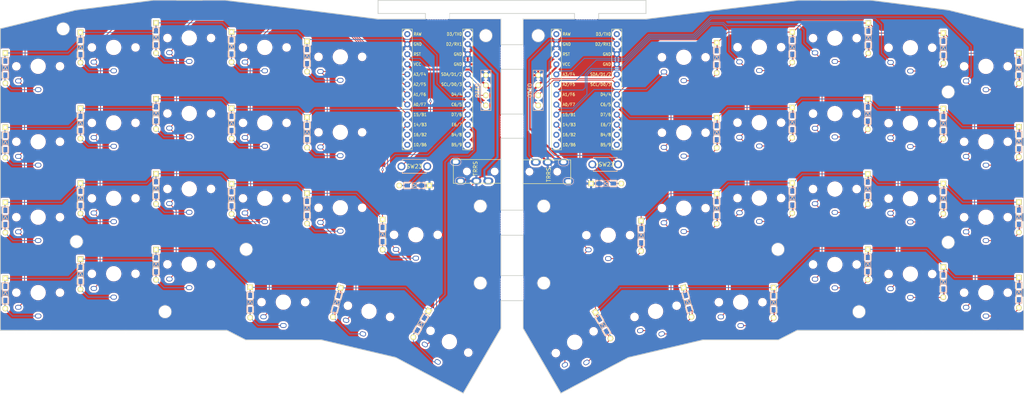
<source format=kicad_pcb>
(kicad_pcb (version 20221018) (generator pcbnew)
  (layers (0 "F.Cu" signal) (31 "B.Cu" signal) (34 "B.Paste" user) (35 "F.Paste" user) (36 "B.SilkS" user "B.Silkscreen") (37 "F.SilkS" user "F.Silkscreen") (38 "B.Mask" user) (39 "F.Mask" user) (44 "Edge.Cuts" user))
  (net 0 "")
  (net 1 "row0")
  (net 2 "Net-(D1-A)")
  (net 3 "Net-(D2-A)")
  (net 4 "Net-(D3-A)")
  (net 5 "Net-(D4-A)")
  (net 6 "Net-(D5-A)")
  (net 7 "row1")
  (net 8 "Net-(D6-A)")
  (net 9 "Net-(D7-A)")
  (net 10 "Net-(D8-A)")
  (net 11 "Net-(D9-A)")
  (net 12 "Net-(D10-A)")
  (net 13 "row2")
  (net 14 "Net-(D11-A)")
  (net 15 "Net-(D12-A)")
  (net 16 "Net-(D13-A)")
  (net 17 "Net-(D14-A)")
  (net 18 "Net-(D15-A)")
  (net 19 "Net-(D16-A)")
  (net 20 "row3")
  (net 21 "Net-(D17-A)")
  (net 22 "Net-(D18-A)")
  (net 23 "Net-(D19-A)")
  (net 24 "Net-(D20-A)")
  (net 25 "Net-(D21-A)")
  (net 26 "Net-(D22-A)")
  (net 27 "GND")
  (net 28 "Net-(D23-A)")
  (net 29 "VCC")
  (net 31 "data")
  (net 32 "sda")
  (net 33 "scl")
  (net 34 "col0")
  (net 35 "col1")
  (net 36 "col2")
  (net 37 "col3")
  (net 38 "col4")
  (net 39 "col5")
  (net 40 "reset")
  (net 47 "rsda")
  (net 48 "rscl")
  (net 49 "rrow0")
  (net 50 "rrow1")
  (net 51 "rrow2")
  (net 52 "rrow3")
  (net 53 "rdata")
  (net 54 "rreset")
  (net 55 "rcol5")
  (net 56 "rcol4")
  (net 57 "rcol3")
  (net 58 "rcol2")
  (net 59 "rcol1")
  (net 60 "rcol0")
  (net 61 "Net-(rD1-A)")
  (net 62 "Net-(rD2-A)")
  (net 63 "Net-(rD3-A)")
  (net 64 "Net-(rD4-A)")
  (net 65 "Net-(rD5-A)")
  (net 66 "Net-(rD6-A)")
  (net 67 "Net-(rD7-A)")
  (net 68 "Net-(rD8-A)")
  (net 69 "Net-(rD9-A)")
  (net 70 "Net-(rD10-A)")
  (net 71 "Net-(rD11-A)")
  (net 72 "Net-(rD12-A)")
  (net 73 "Net-(rD13-A)")
  (net 74 "Net-(rD14-A)")
  (net 75 "Net-(rD15-A)")
  (net 76 "Net-(rD16-A)")
  (net 77 "Net-(rD17-A)")
  (net 78 "Net-(rD18-A)")
  (net 79 "Net-(rD20-A)")
  (net 80 "Net-(rD21-A)")
  (net 81 "Net-(rD22-A)")
  (net 82 "Net-(rD23-A)")
  (net 83 "Net-(rD19-A)")
  (footprint "kbd:Breakaway_Tabs" (layer "F.Cu") (at 150.876 103.879 -90)
    (fp_text reference "REF**")
    (fp_text value "Breakaway_Tabs")
  )
  (footprint "kbd:D3_TH_SMD" (layer "F.Cu") (at 77.597 62.165588 -90)
    (fp_text reference "D9" hide)
    (fp_text value "D" hide)
  )
  (footprint "BrownSugar_KBD:Kailh_Choc_V1" (layer "F.Cu") (at 184.535192 109.617805 15)
    (fp_text reference "rSW21")
    (fp_text value "SW_PUSH")
  )
  (footprint "kbd:D3_TH_SMD" (layer "F.Cu") (at 20.547 48.195588 -90)
    (fp_text reference "D1" hide)
    (fp_text value "D" hide)
  )
  (footprint "kbd:D3_TH_SMD" (layer "F.Cu") (at 238.052 59.8155 -90)
    (fp_text reference "rD8" hide)
    (fp_text value "D" hide)
  )
  (footprint "kbd:Breakaway_Tabs" (layer "F.Cu") (at 145.796 45.459 90)
    (fp_text reference "REF**")
    (fp_text value "Breakaway_Tabs")
  )
  (footprint "" (layer "F.Cu") (at 145.796 105.0665)
    (fp_text reference "")
    (fp_text value "")
  )
  (footprint "kbd:D3_TH_SMD" (layer "F.Cu") (at 276.152 85.8505 -90)
    (fp_text reference "rD11" hide)
    (fp_text value "D" hide)
  )
  (footprint "kbd:Breakaway_Tabs" (layer "F.Cu") (at 150.876 87.369 -90)
    (fp_text reference "REF**")
    (fp_text value "Breakaway_Tabs")
  )
  (footprint "kbd:D3_TH_SMD" (layer "F.Cu") (at 238.052 97.7885 -90)
    (fp_text reference "rD19" hide)
    (fp_text value "D" hide)
  )
  (footprint "BrownSugar_KBD:Kailh_Choc_V1" (layer "F.Cu") (at 105.029 45.364)
    (fp_text reference "SW5")
    (fp_text value "SW_PUSH")
  )
  (footprint "BrownSugar_KBD:Kailh_Choc_V1" (layer "F.Cu") (at 248.793 100.2015)
    (fp_text reference "rSW18")
    (fp_text value "SW_PUSH")
  )
  (footprint "BrownSugar_KBD:Kailh_Choc_V1" (layer "F.Cu") (at 85.979 62.032)
    (fp_text reference "SW9")
    (fp_text value "SW_PUSH")
  )
  (footprint "kbd:D3_TH_SMD" (layer "F.Cu") (at 276.152 48.2585 -90)
    (fp_text reference "rD1" hide)
    (fp_text value "D" hide)
  )
  (footprint "kbd:D3_TH_SMD" (layer "F.Cu") (at 257.102 43.1785 -90)
    (fp_text reference "rD2" hide)
    (fp_text value "D" hide)
  )
  (footprint "kbd:D3_TH_SMD" (layer "F.Cu") (at 39.497 100.265588 -90)
    (fp_text reference "D18" hide)
    (fp_text value "D" hide)
  )
  (footprint "BrownSugar_KBD:ProMicro_r" (layer "F.Cu") (at 167.132 52.3225)
    (fp_text reference "rU1" hide)
    (fp_text value "ProMicro" hide)
  )
  (footprint "kbd:D3_TH_SMD" (layer "F.Cu") (at 192.586 107.3135 -75)
    (fp_text reference "rD21" hide)
    (fp_text value "D" hide)
  )
  (footprint "BrownSugar_KBD:Kailh_Choc_V1" (layer "F.Cu") (at 248.793 81.1515)
    (fp_text reference "rSW12")
    (fp_text value "SW_PUSH")
  )
  (footprint "BrownSugar_KBD:Kailh_Choc_V1" (layer "F.Cu") (at 267.843 104.9005)
    (fp_text reference "rSW17")
    (fp_text value "SW_PUSH")
  )
  (footprint "kbd:D3_TH_SMD" (layer "F.Cu") (at 20.547 66.991588 -90)
    (fp_text reference "D6" hide)
    (fp_text value "D" hide)
  )
  (footprint "BrownSugar_KBD:Kailh_Choc_V1" (layer "F.Cu") (at 28.829 66.795)
    (fp_text reference "SW6")
    (fp_text value "SW_PUSH")
  )
  (footprint "" (layer "F.Cu") (at 145.796 88.5565)
    (fp_text reference "")
    (fp_text value "")
  )
  (footprint "" (layer "F.Cu") (at 145.796 64.0455)
    (fp_text reference "")
    (fp_text value "")
  )
  (footprint "kbd:D3_TH_SMD" (layer "F.Cu") (at 58.547 78.675588 -90)
    (fp_text reference "D13" hide)
    (fp_text value "D" hide)
  )
  (footprint "" (layer "F.Cu") (at 145.796 62.858)
    (fp_text reference "")
    (fp_text value "")
  )
  (footprint "kbd:D3_TH_SMD" (layer "F.Cu") (at 58.547 97.852588 -90)
    (fp_text reference "D19" hide)
    (fp_text value "D" hide)
  )
  (footprint "kbd:D3_TH_SMD" (layer "F.Cu") (at 58.547 59.752588 -90)
    (fp_text reference "D8" hide)
    (fp_text value "D" hide)
  )
  (footprint "BrownSugar_KBD:Kailh_Choc_V1" (layer "F.Cu") (at 191.643 64.5145)
    (fp_text reference "rSW10")
    (fp_text value "SW_PUSH")
  )
  (footprint "BrownSugar_KBD:Kailh_Choc_V1" (layer "F.Cu") (at 229.743 40.6385)
    (fp_text reference "rSW3")
    (fp_text value "SW_PUSH")
  )
  (footprint "kbd:D3_TH_SMD" (layer "F.Cu") (at 82.296 107.377588 -90)
    (fp_text reference "D20" hide)
    (fp_text value "D" hide)
  )
  (footprint "" (layer "F.Cu") (at 145.796 87.369)
    (fp_text reference "")
    (fp_text value "")
  )
  (footprint "kbd:OLED" (layer "F.Cu") (at 154.94 57.6235 90)
    (fp_text reference "rOL1")
    (fp_text value "OLED" hide)
  )
  (footprint "kbd:D3_TH_SMD" (layer "F.Cu") (at 257.102 62.2285 -90)
    (fp_text reference "rD7" hide)
    (fp_text value "D" hide)
  )
  (footprint "BrownSugar_KBD:Kailh_Choc_V1" (layer "F.Cu") (at 47.879 100.132)
    (fp_text reference "SW18")
    (fp_text value "SW_PUSH")
  )
  (footprint "kbd:D3_TH_SMD" (layer "F.Cu") (at 276.152 104.9005 -90)
    (fp_text reference "rD17" hide)
    (fp_text value "D" hide)
  )
  (footprint "BrownSugar_KBD:TRRS_PJ-320A" (layer "F.Cu") (at 145.542 74.288 -90)
    (fp_text reference "J1")
    (fp_text value "MJ-4PP-9" hide)
  )
  (footprint "BrownSugar_KBD:Kailh_Choc_V1" (layer "F.Cu") (at 205.994 107.3135)
    (fp_text reference "rSW20")
    (fp_text value "SW_PUSH")
  )
  (footprint "BrownSugar_KBD:Kailh_Choc_V1" (layer "F.Cu") (at 267.843 85.8505)
    (fp_text reference "rSW11")
    (fp_text value "SW_PUSH")
  )
  (footprint "kbd:D3_TH_SMD" (layer "F.Cu") (at 238.179 40.6385 -90)
    (fp_text reference "rD3" hide)
    (fp_text value "D" hide)
  )
  (footprint "kbd:D3_TH_SMD" (layer "F.Cu") (at 199.952 83.6915 -90)
    (fp_text reference "rD15" hide)
    (fp_text value "D" hide)
  )
  (footprint "kbd:D3_TH_SMD" (layer "F.Cu") (at 104.14 107.377588 -105)
    (fp_text reference "D21" hide)
    (fp_text value "D" hide)
  )
  (footprint "BrownSugar_KBD:Kailh_Choc_V1" (layer "F.Cu") (at 229.743 78.7385)
    (fp_text reference "rSW13")
    (fp_text value "SW_PUSH")
  )
  (footprint "BrownSugar_KBD:Kailh_Choc_V1" (layer "F.Cu") (at 112.263808 109.612305 -15)
    (fp_text reference "SW21")
    (fp_text value "SW_PUSH")
  )
  (footprint "BrownSugar_KBD:Kailh_Choc_V1" (layer "F.Cu") (at 85.979 81.082)
    (fp_text reference "SW14")
    (fp_text value "SW_PUSH")
  )
  (footprint "" (layer "F.Cu") (at 145.796 103.879)
    (fp_text reference "")
    (fp_text value "")
  )
  (footprint "BrownSugar_KBD:ProMicro_r" (layer "F.Cu") (at 129.54 52.317)
    (fp_text reference "U1" hide)
    (fp_text value "ProMicro" hide)
  )
  (footprint "kbd:D3_TH_SMD" (layer "F.Cu") (at 96.647 83.628588 -90)
    (fp_text reference "D15" hide)
    (fp_text value "D" hide)
  )
  (footprint "kbd:Breakaway_Tabs" (layer "F.Cu") (at 150.876 62.858 -90)
    (fp_text reference "REF**")
    (fp_text value "Breakaway_Tabs")
  )
  (footprint "kbd:D3_TH_SMD" (layer "F.Cu") (at 96.647 64.451588 -90)
    (fp_text reference "D10" hide)
    (fp_text value "D" hide)
  )
  (footprint "kbd:D3_TH_SMD" (layer "F.Cu") (at 257.102 102.2335 -90)
    (fp_text reference "rD18" hide)
    (fp_text value "D" hide)
  )
  (footprint "BrownSugar_KBD:Kailh_Choc_V1" (layer "F.Cu") (at 267.843 47.756)
    (fp_text reference "rSW1")
    (fp_text value "SW_PUSH")
  )
  (footprint "kbd:Breakaway_Tabs" (layer "F.Cu") (at 167.132 35.553 180)
    (fp_text reference "REF**")
    (fp_text value "Breakaway_Tabs")
  )
  (footprint "kbd:D3_TH_SMD" (layer "F.Cu") (at 115.697 90.232588 -90)
    (fp_text reference "D16" hide)
    (fp_text value "D" hide)
  )
  (footprint "BrownSugar_KBD:Kailh_Choc_V1" (layer "F.Cu") (at 229.743 97.7885)
    (fp_text reference "rSW19")
    (fp_text value "SW_PUSH")
  )
  (footprint "kbd:D3_TH_SMD" (layer "F.Cu") (at 39.497 42.988588 -90)
    (fp_text reference "D2" hide)
    (fp_text value "D" hide)
  )
  (footprint "BrownSugar_KBD:TRRS_PJ-320A" (layer "F.Cu") (at 151.13 74.367 90)
    (fp_text reference "rJ1")
    (fp_text value "MJ-4PP-9" hide)
  )
  (footprint "BrownSugar_KBD:Kailh_Choc_V1" (layer "F.Cu") (at 124.079 90.29)
    (fp_text reference "SW16")
    (fp_text value "SW_PUSH")
  )
  (footprint "kbd:D3_TH_SMD" (layer "F.Cu") (at 123.701 77.844 180)
    (fp_text reference "D23" hide)
    (fp_text value "D" hide)
  )
  (footprint "BrownSugar_KBD:Kailh_Choc_V1" (layer "F.Cu") (at 47.879 81.082)
    (fp_text reference "SW12")
    (fp_text value "SW_PUSH")
  )
  (footprint "BrownSugar_KBD:Kailh_Choc_V1" (layer "F.Cu") (at 191.643 83.5645)
    (fp_text reference "rSW15")
    (fp_text value "SW_PUSH")
  )
  (footprint "BrownSugar_KBD:Kailh_Choc_V1" (layer "F.Cu") (at 229.743 59.6885)
    (fp_text reference "rSW8")
    (fp_text value "SW_PUSH")
  )
  (footprint "kbd:Breakaway_Tabs" (layer "F.Cu") (at 129.54 35.553 180)
    (fp_text reference "REF**")
    (fp_text value "Breakaway_Tabs")
  )
  (footprint "BrownSugar_KBD:Kailh_Choc_V1" (layer "F.Cu") (at 47.879 62.032)
    (fp_text reference "SW7")
    (fp_text value "SW_PUSH")
  )
  (footprint "kbd:D3_TH_SMD" (layer "F.Cu") (at 199.952 64.5145 -90)
    (fp_text reference "rD10" hide)
    (fp_text value "D" hide)
  )
  (footprint "kbd:Breakaway_Tabs" (layer "F.Cu") (at 145.796 62.858 90)
    (fp_text reference "REF**")
    (fp_text value "Breakaway_Tabs")
  )
  (footprint "BrownSugar_KBD:SW_PUSH_6x3mm" (layer "F.Cu") (at 171.831 72.5155)
    (fp_text reference "rSW23")
    (fp_text value "SW_PUSH")
  )
  (footprint "kbd:D3_TH_SMD" (layer "F.Cu") (at 171.250835 113.156335 -60)
    (fp_text reference "rD22" hide)
    (fp_text value "D" hide)
  )
  (footprint "kbd:D3_TH_SMD" (layer "F.Cu") (at 58.547 40.575588 -90)
    (fp_text reference "D3" hide)
    (fp_text value "D" hide)
  )
  (footprint "kbd:D3_TH_SMD" (layer "F.Cu") (at 20.547 85.914588 -90)
    (fp_text reference "D11" hide)
    (fp_text value "D" hide)
  )
  (footprint "BrownSugar_KBD:Kailh_Choc_V1" (layer "F.Cu") (at 248.793 62.1015)
    (fp_text reference "rSW7")
    (fp_text value "SW_PUSH")
  )
  (footprint "BrownSugar_KBD:Kailh_Choc_V1" (layer "F.Cu") (at 248.793 43.0515)
    (fp_text reference "rSW2")
    (fp_text value "SW_PUSH")
  )
  (footprint "BrownSugar_KBD:Kailh_Choc_V1" (layer "F.Cu") (at 66.929 59.653)
    (fp_text reference "SW8")
    (fp_text value "SW_PUSH")
  )
  (footprint "kbd:D3_TH_SMD" (layer "F.Cu") (at 238.052 78.7385 -90)
    (fp_text reference "rD13" hide)
    (fp_text value "D" hide)
  )
  (footprint "kbd:D3_TH_SMD" (layer "F.Cu") (at 214.303 107.4405 -90)
    (fp_text reference "rD20" hide)
    (fp_text value "D" hide)
  )
  (footprint "kbd:Breakaway_Tabs" (layer "F.Cu") (at 145.796 103.879 90)
    (fp_text reference "REF**")
    (fp_text value "Breakaway_Tabs")
  )
  (footprint "BrownSugar_KBD:Kailh_Choc_V1" (layer "F.Cu") (at 47.879 42.982)
    (fp_text reference "SW2")
    (fp_text value "SW_PUSH")
  )
  (footprint "BrownSugar_KBD:Kailh_Choc_V1" (layer "F.Cu") (at 210.693 61.9745)
    (fp_text reference "rSW9")
    (fp_text value "SW_PUSH")
  )
  (footprint "BrownSugar_KBD:Kailh_Choc_V1" (layer "F.Cu") (at 105.029 83.464)
    (fp_text reference "SW15")
    (fp_text value "SW_PUSH")
  )
  (footprint "kbd:Breakaway_Tabs" (layer "F.Cu") (at 145.796 87.369 90)
    (fp_text reference "REF**")
    (fp_text value "Breakaway_Tabs")
  )
  (footprint "kbd:D3_TH_SMD" (layer "F.Cu") (at 20.547 105.091588 -90)
    (fp_text reference "D17" hide)
    (fp_text value "D" hide)
  )
  (footprint "BrownSugar_KBD:Kailh_Choc_V1" (layer "F.Cu") (at 66.929 78.703)
    (fp_text reference "SW13")
    (fp_text value "SW_PUSH")
  )
  (footprint "BrownSugar_KBD:Kailh_Choc_V1" (layer "F.Cu") (at 164.141392 117.416108 30)
    (fp_text reference "rSW22")
    (fp_text value "SW_PUSH")
  )
  (footprint "kbd:D3_TH_SMD" (layer "F.Cu") (at 276.152 66.8005 -90)
    (fp_text reference "rD6" hide)
    (fp_text value "D" hide)
  )
  (footprint "kbd:D3_TH_SMD" (layer "F.Cu") (at 219.002 61.9745 -90)
    (fp_text reference "rD9" hide)
    (fp_text value "D" hide)
  )
  (footprint "kbd:Breakaway_Tabs" (layer "F.Cu") (at 150.876 45.459 -90)
    (fp_text reference "REF**")
    (fp_text value "Breakaway_Tabs")
  )
  (footprint "BrownSugar_KBD:Kailh_Choc_V1" (layer "F.Cu") (at 191.643 45.4645)
    (fp_text reference "rSW5")
    (fp_text value "SW_PUSH")
  )
  (footprint "BrownSugar_KBD:Kailh_Choc_V1" (layer "F.Cu") (at 85.979 42.982)
    (fp_text reference "SW4")
    (fp_text value "SW_PUSH")
  )
  (footprint "BrownSugar_KBD:Kailh_Choc_V1" (layer "F.Cu") (at 28.829 104.895)
    (fp_text reference "SW17")
    (fp_text value "SW_PUSH")
  )
  (footprint "kbd:D3_TH_SMD" (layer "F.Cu") (at 219.002 81.0245 -90)
    (fp_text reference "rD14" hide)
    (fp_text value "D" hide)
  )
  (footprint "BrownSugar_KBD:Kailh_Choc_V1" (layer "F.Cu") (at 267.843 66.8005)
    (fp_text reference "rSW6")
    (fp_text value "SW_PUSH")
  )
  (footprint "kbd:D3_TH_SMD" (layer "F.Cu") (at 125.348166 112.839423 -120)
    (fp_text reference "D22" hide)
    (fp_text value "D" hide)
  )
  (footprint "BrownSugar_KBD:Kailh_Choc_V1" (layer "F.Cu") (at 105.029 64.414)
    (fp_text reference "SW10")
    (fp_text value "SW_PUSH")
  )
  (footprint "BrownSugar_KBD:SW_PUSH_6x3mm" (layer "F.Cu") (at 123.698 73.018 180)
    (fp_text reference "SW23")
    (fp_text value "SW_PUSH")
  )
  (footprint "BrownSugar_KBD:Kailh_Choc_V1" (layer "F.Cu") (at 210.693 42.9245)
    (fp_text reference "rSW4")
    (fp_text value "SW_PUSH")
  )
  (footprint "kbd:D3_TH_SMD" (layer "F.Cu") (at 257.102 81.1515 -90)
    (fp_text reference "rD12" hide)
    (fp_text value "D" hide)
  )
  (footprint "kbd:D3_TH_SMD" (layer "F.Cu") (at 96.647 45.274588 -90)
    (fp_text reference "D5" hide)
    (fp_text value "D" hide)
  )
  (footprint "BrownSugar_KBD:Kailh_Choc_V1" (layer "F.Cu") (at 132.530608 117.283608 -30)
    (fp_text reference "SW22")
    (fp_text value "SW_PUSH")
  )
  (footprint "BrownSugar_KBD:Kailh_Choc_V1" (layer "F.Cu") (at 28.829 47.745)
    (fp_text reference "SW1")
    (fp_text value "SW_PUSH")
  )
  (footprint "kbd:D3_TH_SMD" (layer "F.Cu") (at 77.597 81.215588 -90)
    (fp_text reference "D14" hide)
    (fp_text value "D" hide)
  )
  (footprint "kbd:D3_TH_SMD" (layer "F.Cu") (at 77.597 42.861588 -90)
    (fp_text reference "D4" hide)
    (fp_text value "D" hide)
  )
  (footprint "kbd:D3_TH_SMD" (layer "F.Cu") (at 172.085 77.3415)
    (fp_text reference "rD23" hide)
    (fp_text value "D" hide)
  )
  (footprint "BrownSugar_KBD:Kailh_Choc_V1" (layer "F.Cu") (at 66.929 40.603)
    (fp_text reference "SW3")
    (fp_text value "SW_PUSH")
  )
  (footprint "kbd:D3_TH_SMD" (layer "F.Cu") (at 39.497 62.165588 -90)
    (fp_text reference "D7" hide)
    (fp_text value "D" hide)
  )
  (footprint "BrownSugar_KBD:Kailh_Choc_V1" (layer "F.Cu") (at 66.929 97.753)
    (fp_text reference "SW19")
    (fp_text value "SW_PUSH")
  )
  (footprint "BrownSugar_KBD:Kailh_Choc_V1" (layer "F.Cu") (at 172.593 90.3905)
    (fp_text reference "rSW16")
    (fp_text value "SW_PUSH")
  )
  (footprint "kbd:D3_TH_SMD" (layer "F.Cu") (at 219.002 42.9245 -90)
    (fp_text reference "rD4" hide)
    (fp_text value "D" hide)
  )
  (footprint "kbd:D3_TH_SMD" (layer "F.Cu") (at 199.952 45.5915 -90)
    (fp_text reference "rD5" hide)
    (fp_text value "D" hide)
  )
  (footprint "kbd:D3_TH_SMD" (layer "F.Cu") (at 39.497 81.088588 -90)
    (fp_text reference "D12" hide)
    (fp_text value "D" hide)
  )
  (footprint "BrownSugar_KBD:Kailh_Choc_V1" (layer "F.Cu") (at 210.693 81.0245)
    (fp_text reference "rSW14")
    (fp_text value "SW_PUSH")
  )
  (footprint "BrownSugar_KBD:Kailh_Choc_V1" (layer "F.Cu") (at 90.663 107.293)
    (fp_text reference "SW20")
    (fp_text value "SW_PUSH")
  )
  (footprint "kbd:D3_TH_SMD" (layer "F.Cu") (at 180.902 90.5495 -90)
    (fp_text reference "rD16" hide)
    (fp_text value "D" hide)
  )
  (footprint "BrownSugar_KBD:Kailh_Choc_V1" (layer "F.Cu") (at 28.829 85.845)
    (fp_text reference "SW11")
    (fp_text value "SW_PUSH")
  )
  (footprint "kbd:OLED" (layer "F.Cu") (at 141.732 57.618 90)
    (fp_text reference "OL1")
    (fp_text value "OLED" hide)
  )
  (gr_circle (center 60.833 109.721) (end 62.357 109.213) (stroke (width 0.1)) (fill none) (layer "Edge.Cuts"))
  (gr_line (start 38.354 33.521) (end 57.404 31.108) (stroke (width 0.2)) (layer "Edge.Cuts"))
  (gr_line (start 145.542 42.284) (end 145.542 35.807) (stroke (width 0.2)) (layer "Edge.Cuts"))
  (gr_circle (center 258.318 92.2005) (end 256.794 91.6925) (stroke (width 0.1)) (fill none) (layer "Edge.Cuts"))
  (gr_line (start 182.118 35.807) (end 170.18 35.807) (stroke (width 0.2)) (layer "Edge.Cuts"))
  (gr_line (start 251.968 114.42) (end 264.795 114.42) (stroke (width 0.2)) (layer "Edge.Cuts"))
  (gr_line (start 25.781 114.42) (end 22.86 114.42) (stroke (width 0.2)) (layer "Edge.Cuts"))
  (gr_line (start 114.554 31.235) (end 114.554 31.108) (stroke (width 0.2)) (layer "Edge.Cuts"))
  (gr_line (start 136.017 130.295) (end 118.999 121.278) (stroke (width 0.2)) (layer "Edge.Cuts"))
  (gr_line (start 277.368 38.22) (end 258.318 33.521) (stroke (width 0.2)) (layer "Edge.Cuts"))
  (gr_line (start 220.345 31.108) (end 226.314 31.108) (stroke (width 0.1)) (layer "Edge.Cuts"))
  (gr_line (start 220.218 31.108) (end 201.168 33.394) (stroke (width 0.2)) (layer "Edge.Cuts"))
  (gr_line (start 114.554 31.108) (end 182.118 31.108) (stroke (width 0.2)) (layer "Edge.Cuts"))
  (gr_line (start 145.542 84.067) (end 151.13 84.067) (stroke (width 0.2)) (layer "Edge.Cuts"))
  (gr_line (start 145.542 59.81) (end 151.13 59.81) (stroke (width 0.2)) (layer "Edge.Cuts"))
  (gr_line (start 251.968 114.42) (end 245.872 114.42) (stroke (width 0.2)) (layer "Edge.Cuts"))
  (gr_circle (center 35.134437 38.289588) (end 36.658437 37.781588) (stroke (width 0.1)) (fill none) (layer "Edge.Cuts"))
  (gr_circle (center 235.839 109.721) (end 234.315 109.213) (stroke (width 0.1)) (fill none) (layer "Edge.Cuts"))
  (gr_line (start 19.304 114.42) (end 19.304 38.22) (stroke (width 0.2)) (layer "Edge.Cuts"))
  (gr_line (start 63.754 31.108) (end 70.231 31.108) (stroke (width 0.2)) (layer "Edge.Cuts"))
  (gr_line (start 114.554 34.41) (end 114.554 31.235) (stroke (width 0.2)) (layer "Edge.Cuts"))
  (gr_line (start 19.304 114.42) (end 22.86 114.42) (stroke (width 0.2)) (layer "Edge.Cuts"))
  (gr_line (start 145.542 65.906) (end 151.13 65.906) (stroke (width 0.2)) (layer "Edge.Cuts"))
  (gr_line (start 270.891 114.42) (end 273.812 114.42) (stroke (width 0.2)) (layer "Edge.Cuts"))
  (gr_line (start 220.218 114.42) (end 242.824 114.42) (stroke (width 0.2)) (layer "Edge.Cuts"))
  (gr_line (start 145.542 90.417) (end 151.13 90.417) (stroke (width 0.2)) (layer "Edge.Cuts"))
  (gr_line (start 160.655 130.295) (end 177.673 121.278) (stroke (width 0.2)) (layer "Edge.Cuts"))
  (gr_line (start 232.791 31.108) (end 238.887 31.108) (stroke (width 0.1)) (layer "Edge.Cuts"))
  (gr_circle (center 141.732 39.998) (end 143.256 39.49) (stroke (width 0.1)) (fill none) (layer "Edge.Cuts"))
  (gr_line (start 31.877 114.42) (end 44.831 114.42) (stroke (width 0.2)) (layer "Edge.Cuts"))
  (gr_line (start 76.454 114.42) (end 81.153 116.833) (stroke (width 0.2)) (layer "Edge.Cuts"))
  (gr_line (start 145.542 48.507) (end 151.13 48.507) (stroke (width 0.2)) (layer "Edge.Cuts"))
  (gr_line (start 145.542 113.912) (end 136.017 130.295) (stroke (width 0.2)) (layer "Edge.Cuts"))
  (gr_circle (center 156.337 102.482) (end 154.813 101.974) (stroke (width 0.1)) (fill none) (layer "Edge.Cuts"))
  (gr_line (start 145.542 59.81) (end 145.542 48.507) (stroke (width 0.2)) (layer "Edge.Cuts"))
  (gr_line (start 145.542 84.067) (end 145.542 65.906) (stroke (width 0.2)) (layer "Edge.Cuts"))
  (gr_line (start 132.588 34.41) (end 164.084 34.41) (stroke (width 0.2)) (layer "Edge.Cuts"))
  (gr_line (start 100.203 116.833) (end 81.153 116.833) (stroke (width 0.2)) (layer "Edge.Cuts"))
  (gr_line (start 118.999 121.278) (end 100.203 116.833) (stroke (width 0.2)) (layer "Edge.Cuts"))
  (gr_line (start 220.218 114.42) (end 215.519 116.833) (stroke (width 0.2)) (layer "Edge.Cuts"))
  (gr_line (start 114.554 34.41) (end 126.492 34.41) (stroke (width 0.2)) (layer "Edge.Cuts"))
  (gr_line (start 76.454 31.108) (end 95.504 33.394) (stroke (width 0.2)) (layer "Edge.Cuts"))
  (gr_line (start 277.368 114.42) (end 277.368 38.22) (stroke (width 0.2)) (layer "Edge.Cuts"))
  (gr_line (start 70.231 31.108) (end 76.2 31.108) (stroke (width 0.1)) (layer "Edge.Cuts"))
  (gr_circle (center 38.481 92.010588) (end 40.005 91.502588) (stroke (width 0.1)) (fill none) (layer "Edge.Cuts"))
  (gr_line (start 126.492 35.807) (end 114.554 35.807) (stroke (width 0.2)) (layer "Edge.Cuts"))
  (gr_line (start 151.13 35.807) (end 151.13 42.284) (stroke (width 0.2)) (layer "Edge.Cuts"))
  (gr_line (start 226.314 31.108) (end 232.791 31.108) (stroke (width 0.2)) (layer "Edge.Cuts"))
  (gr_line (start 57.658 31.108) (end 63.754 31.108) (stroke (width 0.1)) (layer "Edge.Cuts"))
  (gr_line (start 145.542 42.284) (end 151.13 42.284) (stroke (width 0.2)) (layer "Edge.Cuts"))
  (gr_line (start 53.848 114.42) (end 50.927 114.42) (stroke (width 0.2)) (layer "Edge.Cuts"))
  (gr_line (start 201.168 33.394) (end 182.118 35.807) (stroke (width 0.2)) (layer "Edge.Cuts"))
  (gr_line (start 164.084 35.807) (end 151.13 35.807) (stroke (width 0.2)) (layer "Edge.Cuts"))
  (gr_line (start 76.454 114.42) (end 53.848 114.42) (stroke (width 0.2)) (layer "Edge.Cuts"))
  (gr_line (start 220.218 31.108) (end 220.345 31.108) (stroke (width 0.2)) (layer "Edge.Cuts"))
  (gr_line (start 57.404 31.108) (end 57.658 31.108) (stroke (width 0.2)) (layer "Edge.Cuts"))
  (gr_circle (center 156.337 83.051) (end 154.813 82.543) (stroke (width 0.1)) (fill none) (layer "Edge.Cuts"))
  (gr_line (start 132.588 35.807) (end 132.588 34.41) (stroke (width 0.1)) (layer "Edge.Cuts"))
  (gr_line (start 76.454 31.108) (end 76.2 31.108) (stroke (width 0.2)) (layer "Edge.Cuts"))
  (gr_line (start 44.831 114.42) (end 50.927 114.42) (stroke (width 0.2)) (layer "Edge.Cuts"))
  (gr_line (start 145.542 100.577) (end 151.13 100.577) (stroke (width 0.2)) (layer "Edge.Cuts"))
  (gr_line (start 270.891 114.42) (end 264.795 114.42) (stroke (width 0.2)) (layer "Edge.Cuts"))
  (gr_line (start 126.492 35.807) (end 126.492 34.41) (stroke (width 0.2)) (layer "Edge.Cuts"))
  (gr_line (start 151.13 65.906) (end 151.13 84.067) (stroke (width 0.2)) (layer "Edge.Cuts"))
  (gr_line (start 145.542 100.577) (end 145.542 90.417) (stroke (width 0.2)) (layer "Edge.Cuts"))
  (gr_line (start 151.13 90.417) (end 151.13 100.577) (stroke (width 0.2)) (layer "Edge.Cuts"))
  (gr_line (start 164.084 35.807) (end 164.084 34.41) (stroke (width 0.2)) (layer "Edge.Cuts"))
  (gr_line (start 245.872 114.42) (end 242.824 114.42) (stroke (width 0.2)) (layer "Edge.Cuts"))
  (gr_circle (center 215.392 93.973) (end 213.868 93.465) (stroke (width 0.1)) (fill none) (layer "Edge.Cuts"))
  (gr_line (start 170.18 35.807) (end 170.18 34.41) (stroke (width 0.2)) (layer "Edge.Cuts"))
  (gr_line (start 145.542 113.912) (end 145.542 106.927) (stroke (width 0.2)) (layer "Edge.Cuts"))
  (gr_line (start 196.469 116.833) (end 215.519 116.833) (stroke (width 0.2)) (layer "Edge.Cuts"))
  (gr_line (start 151.13 113.912) (end 160.655 130.295) (stroke (width 0.2)) (layer "Edge.Cuts"))
  (gr_line (start 145.542 35.807) (end 132.588 35.807) (stroke (width 0.1)) (layer "Edge.Cuts"))
  (gr_line (start 170.18 34.41) (end 182.118 34.41) (stroke (width 0.2)) (layer "Edge.Cuts"))
  (gr_circle (center 81.28 93.973) (end 82.804 93.465) (stroke (width 0.1)) (fill none) (layer "Edge.Cuts"))
  (gr_line (start 239.268 31.108) (end 238.887 31.108) (stroke (width 0.2)) (layer "Edge.Cuts"))
  (gr_line (start 19.304 38.22) (end 38.354 33.521) (stroke (width 0.2)) (layer "Edge.Cuts"))
  (gr_line (start 258.318 33.521) (end 239.268 31.108) (stroke (width 0.2)) (layer "Edge.Cuts"))
  (gr_line (start 25.781 114.42) (end 31.877 114.42) (stroke (width 0.2)) (layer "Edge.Cuts"))
  (gr_line (start 273.812 114.42) (end 277.368 114.42) (stroke (width 0.2)) (layer "Edge.Cuts"))
  (gr_line (start 145.542 106.927) (end 151.13 106.927) (stroke (width 0.2)) (layer "Edge.Cuts"))
  (gr_circle (center 140.335 102.482) (end 141.859 101.974) (stroke (width 0.1)) (fill none) (layer "Edge.Cuts"))
  (gr_line (start 182.118 31.108) (end 182.118 34.41) (stroke (width 0.2)) (layer "Edge.Cuts"))
  (gr_line (start 151.13 48.507) (end 151.13 59.81) (stroke (width 0.2)) (layer "Edge.Cuts"))
  (gr_line (start 95.504 33.394) (end 114.554 35.807) (stroke (width 0.2)) (layer "Edge.Cuts"))
  (gr_line (start 177.673 121.278) (end 196.469 116.833) (stroke (width 0.2)) (layer "Edge.Cuts"))
  (gr_circle (center 258.318 54.2275) (end 256.794 53.7195) (stroke (width 0.1)) (fill none) (layer "Edge.Cuts"))
  (gr_line (start 151.13 106.927) (end 151.13 113.912) (stroke (width 0.2)) (layer "Edge.Cuts"))
  (gr_circle (center 140.335 83.051) (end 141.859 82.543) (stroke (width 0.1)) (fill none) (layer "Edge.Cuts"))
  (gr_circle (center 154.94 39.998) (end 153.416 39.49) (stroke (width 0.1)) (fill none) (layer "Edge.Cuts"))
  (segment (start 20.447 44.385588) (end 20.447 46.420588) (width 0.2) (layer "F.Cu") (net 1))
  (segment (start 58.547 36.765588) (end 58.547 38.800588) (width 0.2) (layer "F.Cu") (net 1))
  (segment (start 77.597 41.086588) (end 77.597 39.051588) (width 0.2) (layer "F.Cu") (net 1))
  (segment (start 96.647 41.464588) (end 96.647 43.499588) (width 0.2) (layer "F.Cu") (net 1))
  (segment (start 39.497 41.213588) (end 39.497 39.178588) (width 0.2) (layer "F.Cu") (net 1))
  (segment (start 132.969 55.688588) (end 129.413 52.132588) (width 0.2) (layer "B.Cu") (net 1))
  (segment (start 129.413 44.893588) (end 125.476 40.956588) (width 0.2) (layer "B.Cu") (net 1))
  (segment (start 20.447 46.420588) (end 20.447 44.385588) (width 0.2) (layer "B.Cu") (net 1))
  (segment (start 39.497 41.213588) (end 39.497 39.222386) (width 0.2) (layer "B.Cu") (net 1))
  (segment (start 96.647 43.499588) (end 96.647 41.464588) (width 0.2) (layer "B.Cu") (net 1))
  (segment (start 58.547 38.800588) (end 58.547 36.765588) (width 0.2) (layer "B.Cu") (net 1))
  (segment (start 39.497 39.178588) (end 58.169 39.178588) (width 0.2) (layer "B.Cu") (net 1))
  (segment (start 75.311 36.765588) (end 77.597 39.051588) (width 0.2) (layer "B.Cu") (net 1))
  (segment (start 129.413 52.132588) (end 129.413 44.893588) (width 0.2) (layer "B.Cu") (net 1))
  (segment (start 58.547 36.765588) (end 75.311 36.765588) (width 0.2) (layer "B.Cu") (net 1))
  (segment (start 36.325 44.385588) (end 39.497 41.213588) (width 0.2) (layer "B.Cu") (net 1))
  (segment (start 125.476 40.956588) (end 97.155 40.956588) (width 0.2) (layer "B.Cu") (net 1))
  (segment (start 20.447 44.385588) (end 36.325 44.385588) (width 0.2) (layer "B.Cu") (net 1))
  (segment (start 39.497 39.222386) (end 39.514519 39.187348) (width 0.2) (layer "B.Cu") (net 1))
  (segment (start 136.328412 55.688588) (end 132.969 55.688588) (width 0.2) (layer "B.Cu") (net 1))
  (segment (start 77.597 41.086588) (end 77.597 39.051588) (width 0.2) (layer "B.Cu") (net 1))
  (segment (start 137.16 54.857) (end 136.328412 55.688588) (width 0.2) (layer "B.Cu") (net 1))
  (segment (start 77.597 39.051588) (end 94.234 39.051588) (width 0.2) (layer "B.Cu") (net 1))
  (segment (start 94.234 39.051588) (end 96.647 41.464588) (width 0.2) (layer "B.Cu") (net 1))
  (segment (start 58.169 39.178588) (end 58.547 38.800588) (width 0.2) (layer "B.Cu") (net 1))
  (segment (start 97.155 40.956588) (end 96.647 41.464588) (width 0.2) (layer "B.Cu") (net 1))
  (segment (start 20.447 49.970588) (end 20.447 52.005588) (width 0.2) (layer "F.Cu") (net 2))
  (segment (start 20.447 52.005588) (end 22.086412 53.645) (width 0.2) (layer "B.Cu") (net 2))
  (segment (start 20.447 49.970588) (end 20.447 52.005588) (width 0.2) (layer "B.Cu") (net 2))
  (segment (start 22.086412 53.645) (end 28.829 53.645) (width 0.2) (layer "B.Cu") (net 2))
  (segment (start 39.497 46.798588) (end 39.497 44.763588) (width 0.2) (layer "F.Cu") (net 3))
  (segment (start 41.580412 48.882) (end 47.879 48.882) (width 0.2) (layer "B.Cu") (net 3))
  (segment (start 39.497 46.798588) (end 39.497 44.763588) (width 0.2) (layer "B.Cu") (net 3))
  (segment (start 39.497 46.798588) (end 41.580412 48.882) (width 0.2) (layer "B.Cu") (net 3))
  (segment (start 58.547 42.350588) (end 58.547 44.385588) (width 0.2) (layer "F.Cu") (net 4))
  (segment (start 58.547 44.385588) (end 60.664412 46.503) (width 0.2) (layer "B.Cu") (net 4))
  (segment (start 58.547 42.350588) (end 58.547 44.385588) (width 0.2) (layer "B.Cu") (net 4))
  (segment (start 60.664412 46.503) (end 66.929 46.503) (width 0.2) (layer "B.Cu") (net 4))
  (segment (start 77.597 46.671588) (end 77.597 44.636588) (width 0.2) (layer "F.Cu") (net 5))
  (segment (start 77.597 44.636588) (end 77.597 46.671588) (width 0.2) (layer "B.Cu") (net 5))
  (segment (start 77.597 46.671588) (end 79.807412 48.882) (width 0.2) (layer "B.Cu") (net 5))
  (segment (start 79.807412 48.882) (end 85.979 48.882) (width 0.2) (layer "B.Cu") (net 5))
  (segment (start 96.647 47.049588) (end 96.647 49.084588) (width 0.2) (layer "F.Cu") (net 6))
  (segment (start 96.647 47.049588) (end 96.647 49.084588) (width 0.2) (layer "B.Cu") (net 6))
  (segment (start 96.647 49.084588) (end 98.826412 51.264) (width 0.2) (layer "B.Cu") (net 6))
  (segment (start 98.826412 51.264) (end 105.029 51.264) (width 0.2) (layer "B.Cu") (net 6))
  (segment (start 58.547 55.942588) (end 58.547 57.977588) (width 0.2) (layer "F.Cu") (net 7))
  (segment (start 20.447 63.181588) (end 20.447 65.216588) (width 0.2) (layer "F.Cu") (net 7))
  (segment (start 39.497 60.390588) (end 39.497 58.355588) (width 0.2) (layer "F.Cu") (net 7))
  (segment (start 96.647 60.641588) (end 96.647 62.676588) (width 0.2) (layer "F.Cu") (net 7))
  (segment (start 77.597 60.390588) (end 77.597 58.355588) (width 0.2) (layer "F.Cu") (net 7))
  (segment (start 58.547 57.977588) (end 58.547 55.942588) (width 0.2) (layer "B.Cu") (net 7))
  (segment (start 36.706 63.181588) (end 39.497 60.390588) (width 0.2) (layer "B.Cu") (net 7))
  (segment (start 20.447 63.181588) (end 36.706 63.181588) (width 0.2) (layer "B.Cu") (net 7))
  (segment (start 77.597 58.355588) (end 94.361 58.355588) (width 0.2) (layer "B.Cu") (net 7))
  (segment (start 39.497 60.390588) (end 39.497 58.355588) (width 0.2) (layer "B.Cu") (net 7))
  (segment (start 98.679 58.609588) (end 96.647 60.641588) (width 0.2) (layer "B.Cu") (net 7))
  (segment (start 58.169 58.355588) (end 58.547 57.977588) (width 0.2) (layer "B.Cu") (net 7))
  (segment (start 137.16 57.397) (end 135.947412 58.609588) (width 0.2) (layer "B.Cu") (net 7))
  (segment (start 75.184 55.942588) (end 77.597 58.355588) (width 0.2) (layer "B.Cu") (net 7))
  (segment (start 58.547 55.942588) (end 75.184 55.942588) (width 0.2) (layer "B.Cu") (net 7))
  (segment (start 135.947412 58.609588) (end 98.679 58.609588) (width 0.2) (layer "B.Cu") (net 7))
  (segment (start 77.597 58.355588) (end 77.597 60.390588) (width 0.2) (layer "B.Cu") (net 7))
  (segment (start 39.497 58.355588) (end 58.169 58.355588) (width 0.2) (layer "B.Cu") (net 7))
  (segment (start 20.447 65.216588) (end 20.447 63.181588) (width 0.2) (layer "B.Cu") (net 7))
  (segment (start 96.647 60.641588) (end 96.647 62.676588) (width 0.2) (layer "B.Cu") (net 7))
  (segment (start 94.361 58.355588) (end 96.647 60.641588) (width 0.2) (layer "B.Cu") (net 7))
  (segment (start 20.447 68.766588) (end 20.447 70.801588) (width 0.2) (layer "F.Cu") (net 8))
  (segment (start 22.340412 72.695) (end 28.829 72.695) (width 0.2) (layer "B.Cu") (net 8))
  (segment (start 20.447 70.801588) (end 22.340412 72.695) (width 0.2) (layer "B.Cu") (net 8))
  (segment (start 20.447 68.766588) (end 20.447 70.801588) (width 0.2) (layer "B.Cu") (net 8))
  (segment (start 39.497 65.975588) (end 39.497 63.940588) (width 0.2) (layer "F.Cu") (net 9))
  (segment (start 39.497 63.940588) (end 39.497 65.975588) (width 0.2) (layer "B.Cu") (net 9))
  (segment (start 41.453412 67.932) (end 47.879 67.932) (width 0.2) (layer "B.Cu") (net 9))
  (segment (start 39.497 65.975588) (end 41.453412 67.932) (width 0.2) (layer "B.Cu") (net 9))
  (segment (start 58.547 61.527588) (end 58.547 63.562588) (width 0.2) (layer "F.Cu") (net 10))
  (segment (start 58.547 63.562588) (end 60.537412 65.553) (width 0.2) (layer "B.Cu") (net 10))
  (segment (start 60.537412 65.553) (end 66.929 65.553) (width 0.2) (layer "B.Cu") (net 10))
  (segment (start 58.547 61.527588) (end 58.547 63.562588) (width 0.2) (layer "B.Cu") (net 10))
  (segment (start 77.597 65.975588) (end 77.597 63.940588) (width 0.2) (layer "F.Cu") (net 11))
  (segment (start 77.597 63.940588) (end 77.597 65.975588) (width 0.2) (layer "B.Cu") (net 11))
  (segment (start 77.597 65.975588) (end 79.553412 67.932) (width 0.2) (layer "B.Cu") (net 11))
  (segment (start 79.553412 67.932) (end 85.979 67.932) (width 0.2) (layer "B.Cu") (net 11))
  (segment (start 96.647 66.226588) (end 96.647 68.261588) (width 0.2) (layer "F.Cu") (net 12))
  (segment (start 96.647 68.261588) (end 98.699412 70.314) (width 0.2) (layer "B.Cu") (net 12))
  (segment (start 98.699412 70.314) (end 105.029 70.314) (width 0.2) (layer "B.Cu") (net 12))
  (segment (start 96.647 66.226588) (end 96.647 68.261588) (width 0.2) (layer "B.Cu") (net 12))
  (segment (start 115.697 73.849588) (end 115.697 86.422588) (width 0.2) (layer "F.Cu") (net 13))
  (segment (start 77.597 79.440588) (end 77.597 77.405588) (width 0.2) (layer "F.Cu") (net 13))
  (segment (start 58.547 74.865588) (end 58.547 76.900588) (width 0.2) (layer "F.Cu") (net 13))
  (segment (start 39.497 79.313588) (end 39.497 77.278588) (width 0.2) (layer "F.Cu") (net 13))
  (segment (start 115.697 88.457588) (end 115.697 86.422588) (width 0.2) (layer "F.Cu") (net 13))
  (segment (start 20.447 82.104588) (end 20.447 84.139588) (width 0.2) (layer "F.Cu") (net 13))
  (segment (start 96.647 79.818588) (end 96.647 81.853588) (width 0.2) (layer "F.Cu") (net 13))
  (via (at 115.697 73.849588) (size 0.6) (drill 0.3) (layers "F.Cu" "B.Cu") (net 13))
  (segment (start 109.093 79.818588) (end 115.697 86.422588) (width 0.2) (layer "B.Cu") (net 13))
  (segment (start 20.447 84.139588) (end 20.447 82.104588) (width 0.2) (layer "B.Cu") (net 13))
  (segment (start 39.497 77.278588) (end 56.134 77.278588) (width 0.2) (layer "B.Cu") (net 13))
  (segment (start 127.057412 70.039588) (end 118.872 70.039588) (width 0.2) (layer "B.Cu") (net 13))
  (segment (start 115.697 88.457588) (end 115.697 86.422588) (width 0.2) (layer "B.Cu") (net 13))
  (segment (start 20.447 82.104588) (end 34.671 82.104588) (width 0.2) (layer "B.Cu") (net 13))
  (segment (start 56.134 77.278588) (end 58.547 74.865588) (width 0.2) (layer "B.Cu") (net 13))
  (segment (start 39.497 79.313588) (end 39.497 77.278588) (width 0.2) (layer "B.Cu") (net 13))
  (segment (start 96.647 79.818588) (end 109.093 79.818588) (width 0.2) (layer "B.Cu") (net 13))
  (segment (start 77.597 77.405588) (end 94.234 77.405588) (width 0.2) (layer "B.Cu") (net 13))
  (segment (start 75.057 74.865588) (end 77.597 77.405588) (width 0.2) (layer "B.Cu") (net 13))
  (segment (start 118.872 70.039588) (end 115.697 73.214588) (width 0.2) (layer "B.Cu") (net 13))
  (segment (start 96.647 81.853588) (end 96.647 79.818588) (width 0.2) (layer "B.Cu") (net 13))
  (segment (start 58.547 76.900588) (end 58.547 74.865588) (width 0.2) (layer "B.Cu") (net 13))
  (segment (start 137.16 59.937) (end 127.057412 70.039588) (width 0.2) (layer "B.Cu") (net 13))
  (segment (start 34.671 82.104588) (end 39.497 77.278588) (width 0.2) (layer "B.Cu") (net 13))
  (segment (start 58.547 74.865588) (end 75.057 74.865588) (width 0.2) (layer "B.Cu") (net 13))
  (segment (start 115.697 73.214588) (end 115.697 73.849588) (width 0.2) (layer "B.Cu") (net 13))
  (segment (start 77.597 79.440588) (end 77.597 77.405588) (width 0.2) (layer "B.Cu") (net 13))
  (segment (start 94.234 77.405588) (end 96.647 79.818588) (width 0.2) (layer "B.Cu") (net 13))
  (segment (start 20.447 87.689588) (end 20.447 89.724588) (width 0.2) (layer "F.Cu") (net 14))
  (segment (start 20.447 89.724588) (end 22.467412 91.745) (width 0.2) (layer "B.Cu") (net 14))
  (segment (start 20.547 87.689588) (end 20.547 89.724588) (width 0.2) (layer "B.Cu") (net 14))
  (segment (start 22.467412 91.745) (end 28.829 91.745) (width 0.2) (layer "B.Cu") (net 14))
  (segment (start 39.497 84.898588) (end 39.497 82.863588) (width 0.2) (layer "F.Cu") (net 15))
  (segment (start 39.497 84.898588) (end 41.580412 86.982) (width 0.2) (layer "B.Cu") (net 15))
  (segment (start 39.497 82.863588) (end 39.497 84.898588) (width 0.2) (layer "B.Cu") (net 15))
  (segment (start 41.580412 86.982) (end 47.879 86.982) (width 0.2) (layer "B.Cu") (net 15))
  (segment (start 58.547 80.450588) (end 58.547 82.485588) (width 0.2) (layer "F.Cu") (net 16))
  (segment (start 60.664412 84.603) (end 66.929 84.603) (width 0.2) (layer "B.Cu") (net 16))
  (segment (start 58.547 80.450588) (end 58.547 82.485588) (width 0.2) (layer "B.Cu") (net 16))
  (segment (start 58.547 82.485588) (end 60.664412 84.603) (width 0.2) (layer "B.Cu") (net 16))
  (segment (start 77.597 85.025588) (end 77.597 82.990588) (width 0.2) (layer "F.Cu") (net 17))
  (segment (start 79.553412 86.982) (end 85.979 86.982) (width 0.2) (layer "B.Cu") (net 17))
  (segment (start 77.597 82.990588) (end 77.597 85.025588) (width 0.2) (layer "B.Cu") (net 17))
  (segment (start 77.597 85.025588) (end 77.597 84.771588) (width 0.2) (layer "B.Cu") (net 17))
  (segment (start 77.597 85.025588) (end 79.553412 86.982) (width 0.2) (layer "B.Cu") (net 17))
  (segment (start 96.647 85.403588) (end 96.647 87.438588) (width 0.2) (layer "F.Cu") (net 18))
  (segment (start 98.572412 89.364) (end 105.029 89.364) (width 0.2) (layer "B.Cu") (net 18))
  (segment (start 96.647 85.403588) (end 96.647 87.438588) (width 0.2) (layer "B.Cu") (net 18))
  (segment (start 96.647 87.438588) (end 98.572412 89.364) (width 0.2) (layer "B.Cu") (net 18))
  (segment (start 115.697 92.007588) (end 115.697 94.042588) (width 0.2) (layer "F.Cu") (net 19))
  (segment (start 117.844412 96.19) (end 124.079 96.19) (width 0.2) (layer "B.Cu") (net 19))
  (segment (start 115.697 92.007588) (end 115.697 94.042588) (width 0.2) (layer "B.Cu") (net 19))
  (segment (start 115.697 94.042588) (end 117.844412 96.19) (width 0.2) (layer "B.Cu") (net 19))
  (segment (start 39.497 98.490588) (end 39.497 96.455588) (width 0.2) (layer "F.Cu") (net 20))
  (segment (start 58.547 94.042588) (end 58.547 96.077588) (width 0.2) (layer "F.Cu") (net 20))
  (segment (start 126.235666 110.557366) (end 126.235666 111.302228) (width 0.2) (layer "F.Cu") (net 20))
  (segment (start 82.296 103.567588) (end 82.296 105.602588) (width 0.2) (layer "F.Cu") (net 20))
  (segment (start 127.253166 109.539866) (end 126.235666 110.557366) (width 0.2) (layer "F.Cu") (net 20))
  (segment (start 105.126101 105.136373) (end 104.599404 105.66307) (width 0.2) (layer "F.Cu") (net 20))
  (segment (start 20.447 101.281588) (end 20.447 103.316588) (width 0.2) (layer "F.Cu") (net 20))
  (segment (start 105.126101 103.697411) (end 105.126101 105.136373) (width 0.2) (layer "F.Cu") (net 20))
  (segment (start 58.169 96.455588) (end 58.547 96.077588) (width 0.2) (layer "B.Cu") (net 20))
  (segment (start 39.497 96.455588) (end 58.169 96.455588) (width 0.2) (layer "B.Cu") (net 20))
  (segment (start 58.547 94.042588) (end 72.771 94.042588) (width 0.2) (layer "B.Cu") (net 20))
  (segment (start 20.447 101.281588) (end 36.706 101.281588) (width 0.2) (layer "B.Cu") (net 20))
  (segment (start 104.599404 105.66307) (end 104.599404 104.224108) (width 0.2) (layer "B.Cu") (net 20))
  (segment (start 39.668776 96.92321) (end 39.831911 96.695051) (width 0.2) (layer "B.Cu") (net 20))
  (segment (start 137.16 62.477) (end 138.811 64.128) (width 0.2) (layer "B.Cu") (net 20))
  (segment (start 104.599404 104.224108) (end 105.126101 103.697411) (width 0.2) (layer "B.Cu") (net 20))
  (segment (start 138.811 69.023588) (end 137.414 70.420588) (width 0.2) (layer "B.Cu") (net 20))
  (segment (start 82.296 103.567588) (end 104.996278 103.567588) (width 0.2) (layer "B.Cu") (net 20))
  (segment (start 105.126101 103.697411) (end 121.410711 103.697411) (width 0.2) (layer "B.Cu") (net 20))
  (segment (start 72.771 94.042588) (end 82.296 103.567588) (width 0.2) (layer "B.Cu") (net 20))
  (segment (start 36.706 101.281588) (end 39.497 98.490588) (width 0.2) (layer "B.Cu") (net 20))
  (segment (start 132.969 70.420588) (end 131.445 71.944588) (width 0.2) (layer "B.Cu") (net 20))
  (segment (start 39.497 98.490588) (end 39.497 97.097613) (width 0.2) (layer "B.Cu") (net 20))
  (segment (start 131.445 71.944588) (end 131.445 105.348032) (width 0.2) (layer "B.Cu") (net 20))
  (segment (start 104.996278 103.567588) (end 105.126101 103.697411) (width 0.2) (layer "B.Cu") (net 20))
  (segment (start 138.811 64.128) (end 138.811 69.023588) (width 0.2) (layer "B.Cu") (net 20))
  (segment (start 127.253166 109.539866) (end 126.235666 110.557366) (width 0.2) (layer "B.Cu") (net 20))
  (segment (start 82.296 105.602588) (end 82.296 103.567588) (width 0.2) (layer "B.Cu") (net 20))
  (segment (start 58.547 96.077588) (end 58.547 94.042588) (width 0.2) (layer "B.Cu") (net 20))
  (segment (start 121.410711 103.697411) (end 127.253166 109.539866) (width 0.2) (layer "B.Cu") (net 20))
  (segment (start 126.235666 110.557366) (end 126.235666 111.302228) (width 0.2) (layer "B.Cu") (net 20))
  (segment (start 137.414 70.420588) (end 132.969 70.420588) (width 0.2) (layer "B.Cu") (net 20))
  (segment (start 39.497 97.097613) (end 39.668776 96.92321) (width 0.2) (layer "B.Cu") (net 20))
  (segment (start 20.447 103.316588) (end 20.447 101.281588) (width 0.2) (layer "B.Cu") (net 20))
  (segment (start 131.445 105.348032) (end 127.253166 109.539866) (width 0.2) (layer "B.Cu") (net 20))
  (segment (start 20.447 106.866588) (end 20.447 108.901588) (width 0.2) (layer "F.Cu") (net 21))
  (segment (start 22.340412 110.795) (end 28.829 110.795) (width 0.2) (layer "B.Cu") (net 21))
  (segment (start 20.447 106.866588) (end 20.447 108.901588) (width 0.2) (layer "B.Cu") (net 21))
  (segment (start 20.447 108.901588) (end 22.340412 110.795) (width 0.2) (layer "B.Cu") (net 21))
  (segment (start 39.497 104.075588) (end 39.497 102.040588) (width 0.2) (layer "F.Cu") (net 22))
  (segment (start 39.497 104.075588) (end 41.453412 106.032) (width 0.2) (layer "B.Cu") (net 22))
  (segment (start 41.453412 106.032) (end 47.879 106.032) (width 0.2) (layer "B.Cu") (net 22))
  (segment (start 39.497 104.075588) (end 39.497 102.040588) (width 0.2) (layer "B.Cu") (net 22))
  (segment (start 58.547 99.627588) (end 58.547 101.662588) (width 0.2) (layer "F.Cu") (net 23))
  (segment (start 58.547 101.662588) (end 60.537412 103.653) (width 0.2) (layer "B.Cu") (net 23))
  (segment (start 58.547 101.662588) (end 58.547 99.627588) (width 0.2) (layer "B.Cu") (net 23))
  (segment (start 60.537412 103.653) (end 66.929 103.653) (width 0.2) (layer "B.Cu") (net 23))
  (segment (start 82.296 109.152588) (end 82.296 111.187588) (width 0.2) (layer "F.Cu") (net 24))
  (segment (start 82.296 109.152588) (end 82.296 111.187588) (width 0.2) (layer "B.Cu") (net 24))
  (segment (start 82.296 111.187588) (end 84.301412 113.193) (width 0.2) (layer "B.Cu") (net 24))
  (segment (start 84.301412 113.193) (end 90.663 113.193) (width 0.2) (layer "B.Cu") (net 24))
  (segment (start 103.680596 109.092106) (end 103.680596 110.531068) (width 0.2) (layer "F.Cu") (net 25))
  (segment (start 103.680596 110.531068) (end 103.153899 111.057765) (width 0.2) (layer "F.Cu") (net 25))
  (segment (start 103.153899 111.057765) (end 107.407401 115.311267) (width 0.2) (layer "B.Cu") (net 25))
  (segment (start 103.153899 109.618803) (end 103.680596 109.092106) (width 0.2) (layer "B.Cu") (net 25))
  (segment (start 103.153899 111.057765) (end 103.153899 109.618803) (width 0.2) (layer "B.Cu") (net 25))
  (segment (start 107.407401 115.311267) (end 110.736776 115.311267) (width 0.2) (layer "B.Cu") (net 25))
  (segment (start 123.443166 115.394118) (end 123.443166 116.13898) (width 0.2) (layer "F.Cu") (net 26))
  (segment (start 124.460666 114.376618) (end 123.443166 115.394118) (width 0.2) (layer "F.Cu") (net 26))
  (segment (start 123.443166 116.13898) (end 123.443166 117.228921) (width 0.2) (layer "B.Cu") (net 26))
  (segment (start 124.460666 114.376618) (end 123.443166 115.394118) (width 0.2) (layer "B.Cu") (net 26))
  (segment (start 128.607403 122.393158) (end 129.580608 122.393158) (width 0.2) (layer "B.Cu") (net 26))
  (segment (start 123.443166 117.228921) (end 128.607403 122.393158) (width 0.2) (layer "B.Cu") (net 26))
  (segment (start 123.443166 115.394118) (end 123.443166 116.13898) (width 0.2) (layer "B.Cu") (net 26))
  (segment (start 135.959588 43.496588) (end 123.259588 43.496588) (width 0.5) (layer "F.Cu") (net 27))
  (segment (start 127.511 77.844) (end 127.580588 77.913588) (width 0.2) (layer "F.Cu") (net 27))
  (segment (start 153.038 50.0035) (end 154.94 50.0035) (width 0.5) (layer "F.Cu") (net 27))
  (segment (start 152.099 50.9425) (end 153.038 50.0035) (width 0.5) (layer "F.Cu") (net 27))
  (segment (start 174.752 44.7025) (end 174.227 45.2275) (width 0.5) (layer "F.Cu") (net 27))
  (segment (start 144.653 71.377) (end 144.653 52.894588) (width 0.5) (layer "F.Cu") (net 27))
  (segment (start 144.653 52.894588) (end 141.756412 49.998) (width 0.5) (layer "F.Cu") (net 27))
  (segment (start 139.342 76.688) (end 144.653 71.377) (width 0.5) (layer "F.Cu") (net 27))
  (segment (start 137.16 44.697) (end 135.959588 43.496588) (width 0.5) (layer "F.Cu") (net 27))
  (segment (start 154.94 50.0035) (end 154.94 46.7345) (width 0.5) (layer "F.Cu") (net 27))
  (segment (start 138.971 47.237) (end 137.16 47.237) (width 0.5) (layer "F.Cu") (net 27))
  (segment (start 127.580588 77.913588) (end 138.116412 77.913588) (width 0.2) (layer "F.Cu") (net 27))
  (segment (start 123.259588 43.496588) (end 121.92 42.157) (width 0.5) (layer "F.Cu") (net 27))
  (segment (start 152.099 66.736) (end 152.099 50.9425) (width 0.5) (layer "F.Cu") (net 27))
  (segment (start 174.752 44.7025) (end 174.752 47.2425) (width 0.5) (layer "F.Cu") (net 27))
  (segment (start 162.577 45.2275) (end 159.512 42.1625) (width 0.5) (layer "F.Cu") (net 27))
  (segment (start 125.476 77.844) (end 127.511 77.844) (width 0.2) (layer "F.Cu") (net 27))
  (segment (start 174.227 45.2275) (end 162.577 45.2275) (width 0.5) (layer "F.Cu") (net 27))
  (segment (start 157.33 71.967) (end 152.099 66.736) (width 0.5) (layer "F.Cu") (net 27))
  (segment (start 137.16 47.237) (end 137.16 44.697) (width 0.5) (layer "F.Cu") (net 27))
  (segment (start 141.732 49.998) (end 138.971 47.237) (width 0.5) (layer "F.Cu") (net 27))
  (segment (start 154.94 46.7345) (end 159.512 42.1625) (width 0.5) (layer "F.Cu") (net 27))
  (segment (start 141.756412 49.998) (end 141.732 49.998) (width 0.5) (layer "F.Cu") (net 27))
  (segment (start 170.31 77.3415) (end 168.275 77.3415) (width 0.2) (layer "F.Cu") (net 27))
  (segment (start 138.116412 77.913588) (end 139.342 76.688) (width 0.2) (layer "F.Cu") (net 27))
  (segment (start 127.511 77.844) (end 125.476 77.844) (width 0.2) (layer "B.Cu") (net 27))
  (segment (start 170.31 77.3415) (end 168.275 77.3415) (width 0.2) (layer "B.Cu") (net 27))
  (segment (start 158.5305 73.1675) (end 157.33 71.967) (width 0.2) (layer "B.Cu") (net 27))
  (segment (start 168.275 77.3415) (end 164.101 73.1675) (width 0.2) (layer "B.Cu") (net 27))
  (segment (start 164.101 73.1675) (end 158.5305 73.1675) (width 0.2) (layer "B.Cu") (net 27))
  (segment (start 119.891 77.844) (end 121.926 77.844) (width 0.2) (layer "F.Cu") (net 28))
  (segment (start 122.122 77.844) (end 119.891 77.844) (width 0.2) (layer "B.Cu") (net 28))
  (segment (start 126.948 73.018) (end 122.122 77.844) (width 0.2) (layer "B.Cu") (net 28))
  (segment (start 121.926 77.844) (end 119.891 77.844) (width 0.2) (layer "B.Cu") (net 28))
  (segment (start 154.94 52.5435) (end 154.94 52.0385) (width 0.5) (layer "F.Cu") (net 29))
  (segment (start 137.759 48.565) (end 123.248 48.565) (width 0.5) (layer "F.Cu") (net 29))
  (segment (start 152.799 63.436) (end 152.799 54.6845) (width 0.5) (layer "F.Cu") (net 29))
  (segment (start 136.309767 76.688) (end 142.8805 70.117267) (width 0.5) (layer "F.Cu") (net 29))
  (segment (start 141.732 52.538) (end 137.759 48.565) (width 0.5) (layer "F.Cu") (net 29))
  (segment (start 161.33 71.967) (end 152.799 63.436) (width 0.5) (layer "F.Cu") (net 29))
  (segment (start 154.94 52.5435) (end 159.512 47.9715) (width 0.5) (layer "F.Cu") (net 29))
  (segment (start 142.8805 53.6865) (end 141.732 52.538) (width 0.5) (layer "F.Cu") (net 29))
  (segment (start 159.512 47.9715) (end 159.512 47.2425) (width 0.5) (layer "F.Cu") (net 29))
  (segment (start 142.8805 70.117267) (end 142.8805 53.6865) (width 0.5) (layer "F.Cu") (net 29))
  (segment (start 135.342 76.688) (end 136.309767 76.688) (width 0.5) (layer "F.Cu") (net 29))
  (segment (start 123.248 48.565) (end 121.92 47.237) (width 0.5) (layer "F.Cu") (net 29))
  (segment (start 152.799 54.6845) (end 154.94 52.5435) (width 0.5) (layer "F.Cu") (net 29))
  (segment (start 141.351 73.976587) (end 144.653 70.674587) (width 0.5) (layer "B.Cu") (net 31))
  (segment (start 144.653 49.65) (end 137.16 42.157) (width 0.5) (layer "B.Cu") (net 31))
  (segment (start 144.653 70.674587) (end 144.653 49.65) (width 0.5) (layer "B.Cu") (net 31))
  (segment (start 141.351 75.697) (end 141.351 73.976587) (width 0.5) (layer "B.Cu") (net 31))
  (segment (start 142.342 76.688) (end 141.351 75.697) (width 0.5) (layer "B.Cu") (net 31))
  (segment (start 140.208 52.825) (end 137.16 49.777) (width 0.2) (layer "B.Cu") (net 32))
  (segment (start 140.208 56.094) (end 140.208 52.825) (width 0.2) (layer "B.Cu") (net 32))
  (segment (start 141.732 57.618) (end 140.208 56.094) (width 0.2) (layer "B.Cu") (net 32))
  (segment (start 139.921 55.078) (end 137.16 52.317) (width 0.2) (layer "F.Cu") (net 33))
  (segment (start 141.732 55.078) (end 139.921 55.078) (width 0.2) (layer "F.Cu") (net 33))
  (segment (start 25.4 87.974) (end 23.829 89.545) (width 0.2) (layer "F.Cu") (net 34))
  (segment (start 98.229372 38.359588) (end 94.73037 34.860588) (width 0.2) (layer "F.Cu") (net 34))
  (segment (start 25.527 49.747) (end 23.829 51.445) (width 0.2) (layer "F.Cu") (net 34))
  (segment (start 35.428578 34.860588) (end 29.028253 36.439335) (width 0.2) (layer "F.Cu") (net 34))
  (segment (start 23.829 51.445) (end 25.4 53.016) (width 0.2) (layer "F.Cu") (net 34))
  (segment (start 25.4 72.066) (end 25.4 87.974) (width 0.2) (layer "F.Cu") (net 34))
  (segment (start 107.696683 38.359588) (end 98.229372 38.359588) (width 0.2) (layer "F.Cu") (net 34))
  (segment (start 29.028253 36.439335) (end 25.527 39.940588) (width 0.2) (layer "F.Cu") (net 34))
  (segment (start 25.4 68.924) (end 23.829 70.495) (width 0.2) (layer "F.Cu") (net 34))
  (segment (start 25.4 107.024) (end 23.829 108.595) (width 0.2) (layer "F.Cu") (net 34))
  (segment (start 121.92 49.777) (end 119.114098 49.777) (width 0.2) (layer "F.Cu") (net 34))
  (segment (start 94.73037 34.860588) (end 35.428578 34.860588) (width 0.2) (layer "F.Cu") (net 34))
  (segment (start 23.829 89.545) (end 25.4 91.116) (width 0.2) (layer "F.Cu") (net 34))
  (segment (start 25.4 91.116) (end 25.4 107.024) (width 0.2) (layer "F.Cu") (net 34))
  (segment (start 119.114098 49.777) (end 107.696683 38.359588) (width 0.2) (layer "F.Cu") (net 34))
  (segment (start 25.527 39.940588) (end 25.527 49.747) (width 0.2) (layer "F.Cu") (net 34))
  (segment (start 25.4 53.016) (end 25.4 68.924) (width 0.2) (layer "F.Cu") (net 34))
  (segment (start 23.829 70.495) (end 25.4 72.066) (width 0.2) (layer "F.Cu") (net 34))
  (segment (start 44.45 102.261) (end 42.879 103.832) (width 0.2) (layer "F.Cu") (net 35))
  (segment (start 44.45 41.464588) (end 44.45 44.893588) (width 0.2) (layer "F.Cu") (net 35))
  (segment (start 121.088412 52.317) (end 107.530998 38.759588) (width 0.2) (layer "F.Cu") (net 35))
  (segment (start 42.879 65.732) (end 44.45 67.303) (width 0.2) (layer "F.Cu") (net 35))
  (segment (start 94.564685 35.260588) (end 50.654 35.260588) (width 0.2) (layer "F.Cu") (net 35))
  (segment (start 107.530998 38.759588) (end 98.063686 38.759588) (width 0.2) (layer "F.Cu") (net 35))
  (segment (start 44.577 48.38) (end 44.577 64.034) (width 0.2) (layer "F.Cu") (net 35))
  (segment (start 44.45 86.353) (end 44.45 102.261) (width 0.2) (layer "F.Cu") (net 35))
  (segment (start 42.879 84.782) (end 44.45 86.353) (width 0.2) (layer "F.Cu") (net 35))
  (segment (start 44.577 64.034) (end 42.879 65.732) (width 0.2) (layer "F.Cu") (net 35))
  (segment (start 98.063686 38.759588) (end 94.564685 35.260588) (width 0.2) (layer "F.Cu") (net 35))
  (segment (start 42.879 46.464588) (end 42.879 46.682) (width 0.2) (layer "F.Cu") (net 35))
  (segment (start 44.45 67.303) (end 44.45 83.211) (width 0.2) (layer "F.Cu") (net 35))
  (segment (start 42.879 46.682) (end 44.577 48.38) (width 0.2) (layer "F.Cu") (net 35))
  (segment (start 50.654 35.260588) (end 44.45 41.464588) (width 0.2) (layer "F.Cu") (net 35))
  (segment (start 44.45 44.893588) (end 42.879 46.464588) (width 0.2) (layer "F.Cu") (net 35))
  (segment (start 44.45 83.211) (end 42.879 84.782) (width 0.2) (layer "F.Cu") (net 35))
  (segment (start 121.92 52.317) (end 121.088412 52.317) (width 0.2) (layer "F.Cu") (net 35))
  (segment (start 61.929 82.403) (end 63.627 84.101) (width 0.2) (layer "F.Cu") (net 36))
  (segment (start 121.92 54.857) (end 118.999 51.936) (width 0.2) (layer "F.Cu") (net 36))
  (segment (start 118.999 51.936) (end 118.999 50.793274) (width 0.2) (layer "F.Cu") (net 36))
  (segment (start 63.754 80.578) (end 61.929 82.403) (width 0.2) (layer "F.Cu") (net 36))
  (segment (start 63.627 99.755) (end 61.929 101.453) (width 0.2) (layer "F.Cu") (net 36))
  (segment (start 68.288 35.660588) (end 64.008 39.940588) (width 0.2) (layer "F.Cu") (net 36))
  (segment (start 118.999 50.793274) (end 107.365313 39.159588) (width 0.2) (layer "F.Cu") (net 36))
  (segment (start 64.008 39.940588) (end 64.008 42.224) (width 0.2) (layer "F.Cu") (net 36))
  (segment (start 63.754 46.128) (end 63.754 61.528) (width 0.2) (layer "F.Cu") (net 36))
  (segment (start 97.898 39.159588) (end 94.399 35.660588) (width 0.2) (layer "F.Cu") (net 36))
  (segment (start 63.754 65.178) (end 63.754 80.578) (width 0.2) (layer "F.Cu") (net 36))
  (segment (start 61.929 63.353) (end 63.754 65.178) (width 0.2) (layer "F.Cu") (net 36))
  (segment (start 61.929 44.303) (end 63.754 46.128) (width 0.2) (layer "F.Cu") (net 36))
  (segment (start 63.627 84.101) (end 63.627 99.755) (width 0.2) (layer "F.Cu") (net 36))
  (segment (start 63.754 61.528) (end 61.929 63.353) (width 0.2) (layer "F.Cu") (net 36))
  (segment (start 64.008 42.224) (end 61.929 44.303) (width 0.2) (layer "F.Cu") (net 36))
  (segment (start 107.365313 39.159588) (end 97.898 39.159588) (width 0.2) (layer "F.Cu") (net 36))
  (segment (start 94.399 35.660588) (end 68.288 35.660588) (width 0.2) (layer "F.Cu") (net 36))
  (segment (start 80.979 65.732) (end 82.423 67.176) (width 0.2) (layer "F.Cu") (net 37))
  (segment (start 82.804 44.857) (end 80.979 46.682) (width 0.2) (layer "F.Cu") (net 37))
  (segment (start 87.884 37.527588) (end 82.804 42.607588) (width 0.2) (layer "F.Cu") (net 37))
  (segment (start 97.663 39.559588) (end 95.631 37.527588) (width 0.2) (layer "F.Cu") (net 37))
  (segment (start 82.423 67.176) (end 82.423 83.338) (width 0.2) (layer "F.Cu") (net 37))
  (segment (start 87.122 90.925) (end 87.122 109.534) (width 0.2) (layer "F.Cu") (net 37))
  (segment (start 107.199628 39.559588) (end 97.663 39.559588) (width 0.2) (layer "F.Cu") (net 37))
  (segment (start 121.92 57.397) (end 118.599 54.076) (width 0.2) (layer "F.Cu") (net 37))
  (segment (start 95.631 37.527588) (end 87.884 37.527588) (width 0.2) (layer "F.Cu") (net 37))
  (segment (start 82.296 47.999) (end 82.296 64.415) (width 0.2) (layer "F.Cu") (net 37))
  (segment (start 80.979 46.682) (end 82.296 47.999) (width 0.2) (layer "F.Cu") (net 37))
  (segment (start 82.423 83.338) (end 80.979 84.782) (width 0.2) (layer "F.Cu") (net 37))
  (segment (start 80.979 84.782) (end 87.122 90.925) (width 0.2) (layer "F.Cu") (net 37))
  (segment (start 87.122 109.534) (end 85.663 110.993) (width 0.2) (layer "F.Cu") (net 37))
  (segment (start 82.804 42.607588) (end 82.804 44.857) (width 0.2) (layer "F.Cu") (net 37))
  (segment (start 118.599 54.076) (end 118.599 50.95896) (width 0.2) (layer "F.Cu") (net 37))
  (segment (start 118.599 50.95896) (end 107.199628 39.559588) (width 0.2) (layer "F.Cu") (net 37))
  (segment (start 82.296 64.415) (end 80.979 65.732) (width 0.2) (layer "F.Cu") (net 37))
  (segment (start 101.727 50.762) (end 101.727 66.416) (width 0.2) (layer "F.Cu") (net 38))
  (segment (start 101.727 66.416) (end 100.029 68.114) (width 0.2) (layer "F.Cu") (net 38))
  (segment (start 100.029 68.114) (end 101.727 69.812) (width 0.2) (layer "F.Cu") (net 38))
  (segment (start 100.029 49.064) (end 101.727 50.762) (width 0.2) (layer "F.Cu") (net 38))
  (segment (start 108.966 109.409588) (end 106.483453 111.892135) (width 0.2) (layer "F.Cu") (net 38))
  (segment (start 118.199 56.216) (end 118.199 51.124646) (width 0.2) (layer "F.Cu") (net 38))
  (segment (start 106.483453 111.892135) (end 106.476548 111.892135) (width 0.2) (layer "F.Cu") (net 38))
  (segment (start 101.727 69.812) (end 101.727 85.466) (width 0.2) (layer "F.Cu") (net 38))
  (segment (start 108.966 96.101) (end 108.966 109.409588) (width 0.2) (layer "F.Cu") (net 38))
  (segment (start 100.029 87.164) (end 108.966 96.101) (width 0.2) (layer "F.Cu") (net 38))
  (segment (start 101.727 85.466) (end 100.029 87.164) (width 0.2) (layer "F.Cu") (net 38))
  (segment (start 118.199 51.124646) (end 116.138354 49.064) (width 0.2) (layer "F.Cu") (net 38))
  (segment (start 116.138354 49.064) (end 100.029 49.064) (width 0.2) (layer "F.Cu") (net 38))
  (segment (start 121.92 59.937) (end 118.199 56.216) (width 0.2) (layer "F.Cu") (net 38))
  (segment (start 119.079 93.99) (end 129.286 104.197) (width 0.2) (layer "F.Cu") (net 39))
  (segment (start 129.286 115.632588) (end 126.930686 117.987902) (width 0.2) (layer "F.Cu") (net 39))
  (segment (start 126.930686 117.987902) (end 126.350481 117.987902) (width 0.2) (layer "F.Cu") (net 39))
  (segment (start 116.967 67.43) (end 116.967 91.878) (width 0.2) (layer "F.Cu") (net 39))
  (segment (start 129.286 104.197) (end 129.286 115.632588) (width 0.2) (layer "F.Cu") (net 39))
  (segment (start 121.92 62.477) (end 116.967 67.43) (width 0.2) (layer "F.Cu") (net 39))
  (segment (start 116.967 91.878) (end 119.079 93.99) (width 0.2) (layer "F.Cu") (net 39))
  (segment (start 126.873 68.515588) (end 124.950412 68.515588) (width 0.2) (layer "F.Cu") (net 40))
  (segment (start 127.762 67.626588) (end 126.873 68.515588) (width 0.2) (layer "F.Cu") (net 40))
  (segment (start 127.762 56.577588) (end 127.762 67.626588) (width 0.2) (layer "F.Cu") (net 40))
  (segment (start 124.950412 68.515588) (end 120.448 73.018) (width 0.2) (layer "F.Cu") (net 40))
  (via (at 127.762 56.577588) (size 0.6) (drill 0.3) (layers "F.Cu" "B.Cu") (net 40))
  (segment (start 121.92 44.697) (end 123.005588 45.782588) (width 0.2) (layer "B.Cu") (net 40))
  (segment (start 127.762 48.449588) (end 127.762 56.577588) (width 0.2) (layer "B.Cu") (net 40))
  (segment (start 123.005588 45.782588) (end 125.095 45.782588) (width 0.2) (layer "B.Cu") (net 40))
  (segment (start 125.095 45.782588) (end 127.762 48.449588) (width 0.2) (layer "B.Cu") (net 40))
  (segment (start 153.9415 54.669907) (end 154.747907 53.8635) (width 0.2) (layer "F.Cu") (net 47))
  (segment (start 173.69 50.8445) (end 174.752 49.7825) (width 0.2) (layer "F.Cu") (net 47))
  (segment (start 155.147 53.8635) (end 158.166 50.8445) (width 0.2) (layer "F.Cu") (net 47))
  (segment (start 154.94 57.6235) (end 153.9415 56.625) (width 0.2) (layer "F.Cu") (net 47))
  (segment (start 153.9415 56.625) (end 153.9415 54.669907) (width 0.2) (layer "F.Cu") (net 47))
  (segment (start 154.747907 53.8635) (end 155.147 53.8635) (width 0.2) (layer "F.Cu") (net 47))
  (segment (start 158.166 50.8445) (end 173.69 50.8445) (width 0.2) (layer "F.Cu") (net 47))
  (segment (start 173.674 51.2445) (end 174.752 52.3225) (width 0.2) (layer "F.Cu") (net 48))
  (segment (start 158.779 51.2445) (end 173.674 51.2445) (width 0.2) (layer "F.Cu") (net 48))
  (segment (start 154.94 55.0835) (end 158.779 51.2445) (width 0.2) (layer "F.Cu") (net 48))
  (segment (start 179.15 50.4345) (end 174.752 54.8325) (width 0.2) (layer "F.Cu") (net 49))
  (segment (start 174.752 54.8325) (end 174.752 54.8625) (width 0.2) (layer "F.Cu") (net 49))
  (segment (start 276.352 44.4485) (end 262.382 44.4485) (width 0.2) (layer "F.Cu") (net 49))
  (segment (start 257.302 41.4035) (end 257.302 39.3685) (width 0.2) (layer "F.Cu") (net 49))
  (segment (start 257.302 39.3685) (end 240.919 39.3685) (width 0.2) (layer "F.Cu") (net 49))
  (segment (start 200.152 41.7815) (end 185.771 41.7815) (width 0.2) (layer "F.Cu") (net 49))
  (segment (start 262.382 44.4485) (end 257.302 39.3685) (width 0.2) (layer "F.Cu") (net 49))
  (segment (start 238.379 36.8285) (end 238.379 36.3845) (width 0.2) (layer "F.Cu") (net 49))
  (segment (start 221.488 36.8285) (end 219.202 39.1145) (width 0.2) (layer "F.Cu") (net 49))
  (segment (start 238.379 38.8635) (end 238.379 36.8285) (width 0.2) (layer "F.Cu") (net 49))
  (segment (start 202.819 39.1145) (end 200.152 41.7815) (width 0.2) (layer "F.Cu") (net 49))
  (segment (start 219.202 39.1145) (end 202.819 39.1145) (width 0.2) (layer "F.Cu") (net 49))
  (segment (start 200.152 43.8165) (end 200.152 41.7815) (width 0.2) (layer "F.Cu") (net 49))
  (segment (start 240.919 39.3685) (end 238.379 36.8285) (width 0.2) (layer "F.Cu") (net 49))
  (segment (start 276.352 46.4835) (end 276.352 44.4485) (width 0.2) (layer "F.Cu") (net 49))
  (segment (start 179.15 48.4025) (end 179.15 50.4345) (width 0.2) (layer "F.Cu") (net 49))
  (segment (start 185.771 41.7815) (end 179.15 48.4025) (width 0.2) (layer "F.Cu") (net 49))
  (segment (start 238.379 36.3845) (end 238.332 36.3375) (width 0.2) (layer "F.Cu") (net 49))
  (segment (start 219.202 41.1495) (end 219.202 39.1145) (width 0.2) (layer "F.Cu") (net 49))
  (segment (start 238.379 36.8285) (end 221.488 36.8285) (width 0.2) (layer "F.Cu") (net 49))
  (segment (start 199.952 41.7815) (end 199.952 43.8165) (width 0.2) (layer "B.Cu") (net 49))
  (segment (start 276.152 46.4835) (end 276.152 44.4485) (width 0.2) (layer "B.Cu") (net 49))
  (segment (start 257.102 39.3685) (end 257.102 41.4035) (width 0.2) (layer "B.Cu") (net 49))
  (segment (start 219.002 39.1145) (end 219.002 41.1495) (width 0.2) (layer "B.Cu") (net 49))
  (segment (start 238.179 36.8285) (end 238.179 38.8635) (width 0.2) (layer "B.Cu") (net 49))
  (segment (start 219.202 60.1995) (end 219.202 58.1645) (width 0.2) (layer "F.Cu") (net 50))
  (segment (start 276.352 65.0255) (end 276.352 62.9905) (width 0.2) (layer "F.Cu") (net 50))
  (segment (start 257.302 60.4535) (end 257.302 58.4185) (width 0.2) (layer "F.Cu") (net 50))
  (segment (start 238.252 58.0405) (end 238.252 56.0055) (width 0.2) (layer "F.Cu") (net 50))
  (segment (start 200.152 62.7395) (end 200.152 60.7045) (width 0.2) (layer "F.Cu") (net 50))
  (segment (start 276.152 62.9905) (end 276.152 65.0255) (width 0.2) (layer "B.Cu") (net 50))
  (segment (start 261.874 62.9905) (end 257.302 58.4185) (width 0.2) (layer "B.Cu") (net 50))
  (segment (start 238.252 56.0055) (end 221.361 56.0055) (width 0.2) (layer "B.Cu") (net 50))
  (segment (start 276.352 62.9905) (end 261.874 62.9905) (width 0.2) (layer "B.Cu") (net 50))
  (segment (start 257.102 58.4185) (end 257.102 60.4535) (width 0.2) (layer "B.Cu") (net 50))
  (segment (start 257.302 58.4185) (end 240.665 58.4185) (width 0.2) (layer "B.Cu") (net 50))
  (segment (start 219.002 58.1645) (end 219.002 60.1995) (width 0.2) (layer "B.Cu") (net 50))
  (segment (start 202.692 58.1645) (end 200.152 60.7045) (width 0.2) (layer "B.Cu") (net 50))
  (segment (start 240.665 58.4185) (end 238.252 56.0055) (width 0.2) (layer "B.Cu") (net 50))
  (segment (start 221.361 56.0055) (end 219.202 58.1645) (width 0.2) (layer "B.Cu") (net 50))
  (segment (start 200.152 60.7045) (end 178.054 60.7045) (width 0.2) (layer "B.Cu") (net 50))
  (segment (start 178.054 60.7045) (end 174.752 57.4025) (width 0.2) (layer "B.Cu") (net 50))
  (segment (start 219.202 58.1645) (end 202.692 58.1645) (width 0.2) (layer "B.Cu") (net 50))
  (segment (start 238.052 56.0055) (end 238.052 58.0405) (width 0.2) (layer "B.Cu") (net 50))
  (segment (start 199.952 60.7045) (end 199.952 62.7395) (width 0.2) (layer "B.Cu") (net 50))
  (segment (start 238.252 76.9635) (end 238.252 74.9285) (width 0.2) (layer "F.Cu") (net 51))
  (segment (start 276.352 84.0755) (end 276.352 82.0405) (width 0.2) (layer "F.Cu") (net 51))
  (segment (start 200.152 81.9165) (end 200.152 79.8815) (width 0.2) (layer "F.Cu") (net 51))
  (segment (start 180.902 86.7395) (end 180.902 66.0925) (width 0.2) (layer "F.Cu") (net 51))
  (segment (start 219.202 79.2495) (end 219.202 77.2145) (width 0.2) (layer "F.Cu") (net 51))
  (segment (start 257.302 77.3415) (end 257.302 79.3765) (width 0.2) (layer "F.Cu") (net 51))
  (segment (start 180.902 66.0925) (end 174.752 59.9425) (width 0.2) (layer "F.Cu") (net 51))
  (segment (start 181.102 88.7745) (end 181.102 86.7395) (width 0.2) (layer "F.Cu") (net 51))
  (segment (start 202.819 77.2145) (end 200.152 79.8815) (width 0.2) (layer "B.Cu") (net 51))
  (segment (start 199.952 79.8815) (end 199.952 81.9165) (width 0.2) (layer "B.Cu") (net 51))
  (segment (start 276.152 82.0405) (end 276.152 84.0755) (width 0.2) (layer "B.Cu") (net 51))
  (segment (start 240.665 77.3415) (end 238.252 74.9285) (width 0.2) (layer "B.Cu") (net 51))
  (segment (start 181.270944 86.7395) (end 181.102 86.7395) (width 0.2) (layer "B.Cu") (net 51))
  (segment (start 221.488 74.9285) (end 219.202 77.2145) (width 0.2) (layer "B.Cu") (net 51))
  (segment (start 257.302 77.3415) (end 240.665 77.3415) (width 0.2) (layer "B.Cu") (net 51))
  (segment (start 257.102 77.3415) (end 257.102 79.3765) (width 0.2) (layer "B.Cu") (net 51))
  (segment (start 180.902 86.7395) (end 180.902 88.7745) (width 0.2) (layer "B.Cu") (net 51))
  (segment (start 188.128944 79.8815) (end 181.270944 86.7395) (width 0.2) (layer "B.Cu") (net 51))
  (segment (start 219.202 77.2145) (end 202.819 77.2145) (width 0.2) (layer "B.Cu") (net 51))
  (segment (start 262.001 82.0405) (end 257.302 77.3415) (width 0.2) (layer "B.Cu") (net 51))
  (segment (start 238.052 74.9285) (end 238.052 76.9635) (width 0.2) (layer "B.Cu") (net 51))
  (segment (start 276.352 82.0405) (end 262.001 82.0405) (width 0.2) (layer "B.Cu") (net 51))
  (segment (start 200.152 79.8815) (end 188.128944 79.8815) (width 0.2) (layer "B.Cu") (net 51))
  (segment (start 238.252 74.9285) (end 221.488 74.9285) (width 0.2) (layer "B.Cu") (net 51))
  (segment (start 219.002 77.2145) (end 219.002 79.2495) (width 0.2) (layer "B.Cu") (net 51))
  (segment (start 192.326596 104.16002) (end 191.799899 103.633323) (width 0.2) (layer "F.Cu") (net 52))
  (segment (start 169.345835 88.305665) (end 178.261 79.3905) (width 0.2) (layer "F.Cu") (net 52))
  (segment (start 169.345835 109.856778) (end 169.345835 88.305665) (width 0.2) (layer "F.Cu") (net 52))
  (segment (start 238.252 96.0135) (end 238.252 93.9785) (width 0.2) (layer "F.Cu") (net 52))
  (segment (start 178.261 79.3905) (end 178.261 65.9915) (width 0.2) (layer "F.Cu") (net 52))
  (segment (start 170.563335 111.61914) (end 169.545835 110.60164) (width 0.2) (layer "F.Cu") (net 52))
  (segment (start 257.302 100.4585) (end 257.302 98.4235) (width 0.2) (layer "F.Cu") (net 52))
  (segment (start 178.261 65.9915) (end 174.752 62.4825) (width 0.2) (layer "F.Cu") (net 52))
  (segment (start 169.545835 110.60164) (end 169.545835 109.856778) (width 0.2) (layer "F.Cu") (net 52))
  (segment (start 192.326596 105.598982) (end 192.326596 104.16002) (width 0.2) (layer "F.Cu") (net 52))
  (segment (start 276.352 103.1255) (end 276.352 101.0905) (width 0.2) (layer "F.Cu") (net 52))
  (segment (start 214.503 105.6655) (end 214.503 103.6305) (width 0.2) (layer "F.Cu") (net 52))
  (segment (start 169.345835 109.856778) (end 170.363335 110.874278) (width 0.2) (layer "B.Cu") (net 52))
  (segment (start 224.633 93.9785) (end 214.981 103.6305) (width 0.2) (layer "B.Cu") (net 52))
  (segment (start 276.152 103.1255) (end 276.152 101.0905) (width 0.2) (layer "B.Cu") (net 52))
  (segment (start 257.102 98.4235) (end 257.102 100.4585) (width 0.2) (layer "B.Cu") (net 52))
  (segment (start 259.969 101.0905) (end 257.302 98.4235) (width 0.2) (layer "B.Cu") (net 52))
  (segment (start 257.302 98.4235) (end 252.857 93.9785) (width 0.2) (layer "B.Cu") (net 52))
  (segment (start 238.252 93.9785) (end 224.633 93.9785) (width 0.2) (layer "B.Cu") (net 52))
  (segment (start 276.352 101.0905) (end 259.969 101.0905) (width 0.2) (layer "B.Cu") (net 52))
  (segment (start 214.981 103.6305) (end 214.503 103.6305) (width 0.2) (layer "B.Cu") (net 52))
  (segment (start 191.599899 103.633323) (end 175.56929 103.633323) (width 0.2) (layer "B.Cu") (net 52))
  (segment (start 191.802722 103.6305) (end 191.799899 103.633323) (width 0.2) (layer "B.Cu") (net 52))
  (segment (start 238.052 93.9785) (end 238.052 96.0135) (width 0.2) (layer "B.Cu") (net 52))
  (segment (start 175.76929 103.633323) (end 169.545835 109.856778) (width 0.2) (layer "B.Cu") (net 52))
  (segment (start 191.599899 105.072285) (end 192.126596 105.598982) (width 0.2) (layer "B.Cu") (net 52))
  (segment (start 214.503 103.6305) (end 191.802722 103.6305) (width 0.2) (layer "B.Cu") (net 52))
  (segment (start 252.857 93.9785) (end 238.252 93.9785) (width 0.2) (layer "B.Cu") (net 52))
  (segment (start 191.599899 103.633323) (end 191.599899 105.072285) (width 0.2) (layer "B.Cu") (net 52))
  (segment (start 170.363335 110.874278) (end 170.363335 111.61914) (width 0.2) (layer "B.Cu") (net 52))
  (segment (start 214.303 103.6305) (end 214.303 105.6655) (width 0.2) (layer "B.Cu") (net 52))
  (segment (start 173.626 41.0365) (end 174.752 42.1625) (width 0.2) (layer "B.Cu") (net 53))
  (segment (start 157.75 41.1005) (end 159.951895 41.1005) (width 0.2) (layer "B.Cu") (net 53))
  (segment (start 159.951895 41.1005) (end 160.015895 41.0365) (width 0.2) (layer "B.Cu") (net 53))
  (segment (start 160.015895 41.0365) (end 173.626 41.0365) (width 0.2) (layer "B.Cu") (net 53))
  (segment (start 152.607 70.244) (end 152.607 46.2435) (width 0.2) (layer "B.Cu") (net 53))
  (segment (start 152.607 46.2435) (end 157.75 41.1005) (width 0.2) (layer "B.Cu") (net 53))
  (segment (start 154.33 71.967) (end 152.607 70.244) (width 0.2) (layer "B.Cu") (net 53))
  (segment (start 172.812 70.2465) (end 158.957 70.2465) (width 0.2) (layer "B.Cu") (net 54))
  (segment (start 157.687 68.9765) (end 157.687 46.5275) (width 0.2) (layer "B.Cu") (net 54))
  (segment (start 158.957 70.2465) (end 157.687 68.9765) (width 0.2) (layer "B.Cu") (net 54))
  (segment (start 175.081 72.5155) (end 172.812 70.2465) (width 0.2) (layer "B.Cu") (net 54))
  (segment (start 157.687 46.5275) (end 159.512 44.7025) (width 0.2) (layer "B.Cu") (net 54))
  (segment (start 159.512 62.4825) (end 160.672 63.6425) (width 0.2) (layer "F.Cu") (net 55))
  (segment (start 164.164 63.6425) (end 165.434 64.9125) (width 0.2) (layer "F.Cu") (net 55))
  (segment (start 167.593 94.0905) (end 161.661265 100.022235) (width 0.2) (layer "F.Cu") (net 55))
  (segment (start 160.672 63.6425) (end 164.164 63.6425) (width 0.2) (layer "F.Cu") (net 55))
  (segment (start 165.434 91.9315) (end 167.593 94.0905) (width 0.2) (layer "F.Cu") (net 55))
  (segment (start 165.434 64.9125) (end 165.434 91.9315) (width 0.2) (layer "F.Cu") (net 55))
  (segment (start 161.661265 100.022235) (end 161.661265 123.120402) (width 0.2) (layer "F.Cu") (net 55))
  (segment (start 188.421 89.0425) (end 188.421 110.1245) (width 0.2) (layer "F.Cu") (net 56))
  (segment (start 188.421 66.4365) (end 186.643 68.2145) (width 0.2) (layer "F.Cu") (net 56))
  (segment (start 186.643 87.2645) (end 188.421 89.0425) (width 0.2) (layer "F.Cu") (net 56))
  (segment (start 188.421 110.1245) (end 184.059674 114.485826) (width 0.2) (layer "F.Cu") (net 56))
  (segment (start 186.643 49.1645) (end 188.421 50.9425) (width 0.2) (layer "F.Cu") (net 56))
  (segment (start 188.421 69.9925) (end 188.421 85.4865) (width 0.2) (layer "F.Cu") (net 56))
  (segment (start 188.421 50.9425) (end 188.421 66.4365) (width 0.2) (layer "F.Cu") (net 56))
  (segment (start 188.421 85.4865) (end 186.643 87.2645) (width 0.2) (layer "F.Cu") (net 56))
  (segment (start 186.643 68.2145) (end 188.421 69.9925) (width 0.2) (layer "F.Cu") (net 56))
  (segment (start 184.059674 114.485826) (end 180.663193 114.485826) (width 0.2) (layer "F.Cu") (net 56))
  (segment (start 160.384 59.0705) (end 163.529 59.0705) (width 0.2) (layer "B.Cu") (net 56))
  (segment (start 163.529 59.0705) (end 168.99 53.6095) (width 0.2) (layer "B.Cu") (net 56))
  (segment (start 182.198 53.6095) (end 186.643 49.1645) (width 0.2) (layer "B.Cu") (net 56))
  (segment (start 168.99 53.6095) (end 182.198 53.6095) (width 0.2) (layer "B.Cu") (net 56))
  (segment (start 159.512 59.9425) (end 160.384 59.0705) (width 0.2) (layer "B.Cu") (net 56))
  (segment (start 205.693 65.6745) (end 207.598 67.5795) (width 0.2) (layer "F.Cu") (net 57))
  (segment (start 202.899 109.1085) (end 200.994 111.0135) (width 0.2) (layer "F.Cu") (net 57))
  (segment (start 205.693 84.7245) (end 202.899 87.5185) (width 0.2) (layer "F.Cu") (net 57))
  (segment (start 207.598 63.7695) (end 205.693 65.6745) (width 0.2) (layer "F.Cu") (net 57))
  (segment (start 207.598 67.5795) (end 207.598 82.8195) (width 0.2) (layer "F.Cu") (net 57))
  (segment (start 207.598 48.5295) (end 207.598 63.7695) (width 0.2) (layer "F.Cu") (net 57))
  (segment (start 202.899 87.5185) (end 202.899 109.1085) (width 0.2) (layer "F.Cu") (net 57))
  (segment (start 205.693 46.6245) (end 207.598 48.5295) (width 0.2) (layer "F.Cu") (net 57))
  (segment (start 207.598 82.8195) (end 205.693 84.7245) (width 0.2) (layer "F.Cu") (net 57))
  (segment (start 203.026 38.6235) (end 203.026 43.9575) (width 0.2) (layer "B.Cu") (net 57))
  (segment (start 194.563058 40.9095) (end 198.373058 37.0995) (width 0.2) (layer "B.Cu") (net 57))
  (segment (start 175.449058 48.7205) (end 183.260058 40.9095) (width 0.2) (layer "B.Cu") (net 57))
  (segment (start 167.212 54.821814) (end 167.212 49.9265) (width 0.2) (layer "B.Cu") (net 57))
  (segment (start 160.418 58.3085) (end 163.725314 58.3085) (width 0.2) (layer "B.Cu") (net 57))
  (segment (start 159.512 57.4025) (end 160.418 58.3085) (width 0.2) (layer "B.Cu") (net 57))
  (segment (start 198.373058 37.0995) (end 201.502 37.0995) (width 0.2) (layer "B.Cu") (net 57))
  (segment (start 163.725314 58.3085) (end 167.212 54.821814) (width 0.2) (layer "B.Cu") (net 57))
  (segment (start 168.418 48.7205) (end 175.449058 48.7205) (width 0.2) (layer "B.Cu") (net 57))
  (segment (start 201.502 37.0995) (end 203.026 38.6235) (width 0.2) (layer "B.Cu") (net 57))
  (segment (start 183.260058 40.9095) (end 194.563058 40.9095) (width 0.2) (layer "B.Cu") (net 57))
  (segment (start 167.212 49.9265) (end 168.418 48.7205) (width 0.2) (layer "B.Cu") (net 57))
  (segment (start 203.026 43.9575) (end 205.693 46.6245) (width 0.2) (layer "B.Cu") (net 57))
  (segment (start 226.521 46.1165) (end 226.521 61.6105) (width 0.2) (layer "F.Cu") (net 58))
  (segment (start 224.743 44.3385) (end 226.521 46.1165) (width 0.2) (layer "F.Cu") (net 58))
  (segment (start 226.521 80.6605) (end 224.743 82.4385) (width 0.2) (layer "F.Cu") (net 58))
  (segment (start 226.521 65.1665) (end 226.521 80.6605) (width 0.2) (layer "F.Cu") (net 58))
  (segment (start 226.521 84.2165) (end 226.521 99.7105) (width 0.2) (layer "F.Cu") (net 58))
  (segment (start 224.743 63.3885) (end 226.521 65.1665) (width 0.2) (layer "F.Cu") (net 58))
  (segment (start 226.521 99.7105) (end 224.743 101.4885) (width 0.2) (layer "F.Cu") (net 58))
  (segment (start 224.743 82.4385) (end 226.521 84.2165) (width 0.2) (layer "F.Cu") (net 58))
  (segment (start 226.521 61.6105) (end 224.743 63.3885) (width 0.2) (layer "F.Cu") (net 58))
  (segment (start 201.667686 36.6995) (end 202.448686 37.4805) (width 0.2) (layer "B.Cu") (net 58))
  (segment (start 220.806 37.4805) (end 221.949 38.6235) (width 0.2) (layer "B.Cu") (net 58))
  (segment (start 168.268314 48.3045) (end 175.299372 48.3045) (width 0.2) (layer "B.Cu") (net 58))
  (segment (start 221.949 41.7985) (end 224.489 44.3385) (width 0.2) (layer "B.Cu") (net 58))
  (segment (start 202.448686 37.4805) (end 220.806 37.4805) (width 0.2) (layer "B.Cu") (net 58))
  (segment (start 221.949 38.6235) (end 221.949 41.7985) (width 0.2) (layer "B.Cu") (net 58))
  (segment (start 224.489 44.3385) (end 224.743 44.3385) (width 0.2) (layer "B.Cu") (net 58))
  (segment (start 183.094373 40.5095) (end 194.397372 40.5095) (width 0.2) (layer "B.Cu") (net 58))
  (segment (start 166.196 53.7365) (end 166.812 53.1205) (width 0.2) (layer "B.Cu") (net 58))
  (segment (start 166.812 53.1205) (end 166.812 49.760814) (width 0.2) (layer "B.Cu") (net 58))
  (segment (start 194.397372 40.5095) (end 198.207373 36.6995) (width 0.2) (layer "B.Cu") (net 58))
  (segment (start 159.512 54.8625) (end 160.638 53.7365) (width 0.2) (layer "B.Cu") (net 58))
  (segment (start 175.299372 48.3045) (end 183.094373 40.5095) (width 0.2) (layer "B.Cu") (net 58))
  (segment (start 166.812 49.760814) (end 168.268314 48.3045) (width 0.2) (layer "B.Cu") (net 58))
  (segment (start 160.638 53.7365) (end 166.196 53.7365) (width 0.2) (layer "B.Cu") (net 58))
  (segment (start 198.207373 36.6995) (end 201.667686 36.6995) (width 0.2) (layer "B.Cu") (net 58))
  (segment (start 245.698 67.7065) (end 245.698 82.9465) (width 0.2) (layer "F.Cu") (net 59))
  (segment (start 245.698 101.9965) (end 243.793 103.9015) (width 0.2) (layer "F.Cu") (net 59))
  (segment (start 245.698 48.6565) (end 245.698 63.8965) (width 0.2) (layer "F.Cu") (net 59))
  (segment (start 243.793 46.7515) (end 245.698 48.6565) (width 0.2) (layer "F.Cu") (net 59))
  (segment (start 243.793 84.8515) (end 245.698 86.7565) (width 0.2) (layer "F.Cu") (net 59))
  (segment (start 245.698 86.7565) (end 245.698 101.9965) (width 0.2) (layer "F.Cu") (net 59))
  (segment (start 243.793 65.8015) (end 245.698 67.7065) (width 0.2) (layer "F.Cu") (net 59))
  (segment (start 245.698 63.8965) (end 243.793 65.8015) (width 0.2) (layer "F.Cu") (net 59))
  (segment (start 245.698 82.9465) (end 243.793 84.8515) (width 0.2) (layer "F.Cu") (net 59))
  (segment (start 160.511 51.3235) (end 164.418 51.3235) (width 0.2) (layer "B.Cu") (net 59))
  (segment (start 198.638686 35.7025) (end 239.983 35.7025) (width 0.2) (layer "B.Cu") (net 59))
  (segment (start 194.231686 40.1095) (end 198.638686 35.7025) (width 0.2) (layer "B.Cu") (net 59))
  (segment (start 239.983 35.7025) (end 241.507 37.2265) (width 0.2) (layer "B.Cu") (net 59))
  (segment (start 169.561 46.1805) (end 176.857686 46.1805) (width 0.2) (layer "B.Cu") (net 59))
  (segment (start 164.418 51.3235) (end 169.561 46.1805) (width 0.2) (layer "B.Cu") (net 59))
  (segment (start 159.512 52.3225) (end 160.511 51.3235) (width 0.2) (layer "B.Cu") (net 59))
  (segment (start 182.928688 40.1095) (end 194.231686 40.1095) (width 0.2) (layer "B.Cu") (net 59))
  (segment (start 241.507 44.4655) (end 243.793 46.7515) (width 0.2) (layer "B.Cu") (net 59))
  (segment (start 176.857686 46.1805) (end 182.928688 40.1095) (width 0.2) (layer "B.Cu") (net 59))
  (segment (start 241.507 37.2265) (end 241.507 44.4655) (width 0.2) (layer "B.Cu") (net 59))
  (segment (start 262.843 51.456) (end 265.002 53.615) (width 0.2) (layer "F.Cu") (net 60))
  (segment (start 262.843 89.5505) (end 265.129 91.8365) (width 0.2) (layer "F.Cu") (net 60))
  (segment (start 265.002 72.6595) (end 265.002 87.3915) (width 0.2) (layer "F.Cu") (net 60))
  (segment (start 265.002 68.3415) (end 262.843 70.5005) (width 0.2) (layer "F.Cu") (net 60))
  (segment (start 265.002 53.615) (end 265.002 68.3415) (width 0.2) (layer "F.Cu") (net 60))
  (segment (start 262.843 70.5005) (end 265.002 72.6595) (width 0.2) (layer "F.Cu") (net 60))
  (segment (start 265.129 106.3145) (end 262.843 108.6005) (width 0.2) (layer "F.Cu") (net 60))
  (segment (start 265.129 91.8365) (end 265.129 106.3145) (width 0.2) (layer "F.Cu") (net 60))
  (segment (start 265.002 87.3915) (end 262.843 89.5505) (width 0.2) (layer "F.Cu") (net 60))
  (segment (start 198.473001 35.3025) (end 256.728 35.3025) (width 0.2) (layer "B.Cu") (net 60))
  (segment (start 176.708 45.7645) (end 182.763003 39.7095) (width 0.2) (layer "B.Cu") (net 60))
  (segment (start 264.113 42.6875) (end 264.113 50.186) (width 0.2) (layer "B.Cu") (net 60))
  (segment (start 160.384 48.9105) (end 163.402 48.9105) (width 0.2) (layer "B.Cu") (net 60))
  (segment (start 166.548 45.7645) (end 176.708 45.7645) (width 0.2) (layer "B.Cu") (net 60))
  (segment (start 264.113 50.186) (end 262.843 51.456) (width 0.2) (layer "B.Cu") (net 60))
  (segment (start 182.763003 39.7095) (end 194.066 39.7095) (width 0.2) (layer "B.Cu") (net 60))
  (segment (start 194.066 39.7095) (end 198.473001 35.3025) (width 0.2) (layer "B.Cu") (net 60))
  (segment (start 256.728 35.3025) (end 264.113 42.6875) (width 0.2) (layer "B.Cu") (net 60))
  (segment (start 163.402 48.9105) (end 166.548 45.7645) (width 0.2) (layer "B.Cu") (net 60))
  (segment (start 159.512 49.7825) (end 160.384 48.9105) (width 0.2) (layer "B.Cu") (net 60))
  (segment (start 274.7645 53.656) (end 276.352 52.0685) (width 0.2) (layer "F.Cu") (net 61))
  (segment (start 267.843 53.656) (end 274.7645 53.656) (width 0.2) (layer "F.Cu") (net 61))
  (segment (start 276.352 52.0685) (end 276.352 50.0335) (width 0.2) (layer "F.Cu") (net 61))
  (segment (start 276.152 50.0335) (end 276.152 52.0685) (width 0.2) (layer "B.Cu") (net 61))
  (segment (start 257.302 46.9885) (end 257.302 44.9535) (width 0.2) (layer "F.Cu") (net 62))
  (segment (start 255.339 48.9515) (end 257.302 46.9885) (width 0.2) (layer "F.Cu") (net 62))
  (segment (start 248.793 48.9515) (end 255.339 48.9515) (width 0.2) (layer "F.Cu") (net 62))
  (segment (start 257.102 44.9535) (end 257.102 46.9885) (width 0.2) (layer "B.Cu") (net 62))
  (segment (start 236.289 46.5385) (end 238.379 44.4485) (width 0.2) (layer "F.Cu") (net 63))
  (segment (start 229.743 46.5385) (end 236.289 46.5385) (width 0.2) (layer "F.Cu") (net 63))
  (segment (start 238.379 44.4485) (end 238.379 42.4135) (width 0.2) (layer "F.Cu") (net 63))
  (segment (start 238.179 42.4135) (end 238.179 44.4485) (width 0.2) (layer "B.Cu") (net 63))
  (segment (start 219.202 46.7345) (end 219.202 44.6995) (width 0.2) (layer "F.Cu") (net 64))
  (segment (start 210.693 48.8245) (end 217.112 48.8245) (width 0.2) (layer "F.Cu") (net 64))
  (segment (start 217.112 48.8245) (end 219.202 46.7345) (width 0.2) (layer "F.Cu") (net 64))
  (segment (start 219.002 44.6995) (end 219.002 46.7345) (width 0.2) (layer "B.Cu") (net 64))
  (segment (start 191.643 51.3645) (end 198.189 51.3645) (width 0.2) (layer "F.Cu") (net 65))
  (segment (start 200.152 49.4015) (end 200.152 47.3665) (width 0.2) (layer "F.Cu") (net 65))
  (segment (start 198.189 51.3645) (end 200.152 49.4015) (width 0.2) (layer "F.Cu") (net 65))
  (segment (start 199.952 47.3665) (end 199.952 49.4015) (width 0.2) (layer "B.Cu") (net 65))
  (segment (start 276.352 70.6105) (end 276.352 68.5755) (width 0.2) (layer "F.Cu") (net 66))
  (segment (start 267.843 72.7005) (end 274.262 72.7005) (width 0.2) (layer "F.Cu") (net 66))
  (segment (start 274.262 72.7005) (end 276.352 70.6105) (width 0.2) (layer "F.Cu") (net 66))
  (segment (start 276.152 68.5755) (end 276.152 70.6105) (width 0.2) (layer "B.Cu") (net 66))
  (segment (start 248.793 68.0015) (end 255.339 68.0015) (width 0.2) (layer "F.Cu") (net 67))
  (segment (start 255.339 68.0015) (end 257.302 66.0385) (width 0.2) (layer "F.Cu") (net 67))
  (segment (start 257.302 66.0385) (end 257.302 64.0035) (width 0.2) (layer "F.Cu") (net 67))
  (segment (start 257.102 64.0035) (end 257.102 66.0385) (width 0.2) (layer "B.Cu") (net 67))
  (segment (start 236.289 65.5885) (end 238.252 63.6255) (width 0.2) (layer "F.Cu") (net 68))
  (segment (start 238.252 63.6255) (end 238.252 61.5905) (width 0.2) (layer "F.Cu") (net 68))
  (segment (start 229.743 65.5885) (end 236.289 65.5885) (width 0.2) (layer "F.Cu") (net 68))
  (segment (start 238.052 61.5905) (end 238.052 63.6255) (width 0.2) (layer "B.Cu") (net 68))
  (segment (start 217.112 67.8745) (end 219.202 65.7845) (width 0.2) (layer "F.Cu") (net 69))
  (segment (start 219.202 65.7845) (end 219.202 63.7495) (width 0.2) (layer "F.Cu") (net 69))
  (segment (start 210.693 67.8745) (end 217.112 67.8745) (width 0.2) (layer "F.Cu") (net 69))
  (segment (start 219.002 63.7495) (end 219.002 65.7845) (width 0.2) (layer "B.Cu") (net 69))
  (segment (start 198.062 70.4145) (end 200.152 68.3245) (width 0.2) (layer "F.Cu") (net 70))
  (segment (start 200.152 68.3245) (end 200.152 66.2895) (width 0.2) (layer "F.Cu") (net 70))
  (segment (start 191.643 70.4145) (end 198.062 70.4145) (width 0.2) (layer "F.Cu") (net 70))
  (segment (start 199.952 66.2895) (end 199.952 68.3245) (width 0.2) (layer "B.Cu") (net 70))
  (segment (start 274.262 91.7505) (end 276.352 89.6605) (width 0.2) (layer "F.Cu") (net 71))
  (segment (start 267.843 91.7505) (end 274.262 91.7505) (width 0.2) (layer "F.Cu") (net 71))
  (segment (start 276.352 89.6605) (end 276.352 87.6255) (width 0.2) (layer "F.Cu") (net 71))
  (segment (start 276.152 87.6255) (end 276.152 89.6605) (width 0.2) (layer "B.Cu") (net 71))
  (segment (start 257.302 84.9615) (end 257.302 82.9265) (width 0.2) (layer "F.Cu") (net 72))
  (segment (start 248.793 87.0515) (end 255.212 87.0515) (width 0.2) (layer "F.Cu") (net 72))
  (segment (start 255.212 87.0515) (end 257.302 84.9615) (width 0.2) (layer "F.Cu") (net 72))
  (segment (start 257.102 82.9265) (end 257.102 84.9615) (width 0.2) (layer "B.Cu") (net 72))
  (segment (start 229.743 84.6385) (end 236.162 84.6385) (width 0.2) (layer "F.Cu") (net 73))
  (segment (start 236.162 84.6385) (end 238.252 82.5485) (width 0.2) (layer "F.Cu") (net 73))
  (segment (start 238.252 82.5485) (end 238.252 80.5135) (width 0.2) (layer "F.Cu") (net 73))
  (segment (start 238.052 80.5135) (end 238.052 82.5485) (width 0.2) (layer "B.Cu") (net 73))
  (segment (start 219.202 84.8345) (end 219.202 82.7995) (width 0.2) (layer "F.Cu") (net 74))
  (segment (start 210.693 86.9245) (end 217.112 86.9245) (width 0.2) (layer "F.Cu") (net 74))
  (segment (start 217.112 86.9245) (end 219.202 84.8345) (width 0.2) (layer "F.Cu") (net 74))
  (segment (start 219.002 82.7995) (end 219.002 84.8345) (width 0.2) (layer "B.Cu") (net 74))
  (segment (start 191.643 89.4645) (end 198.189 89.4645) (width 0.2) (layer "F.Cu") (net 75))
  (segment (start 198.189 89.4645) (end 200.152 87.5015) (width 0.2) (layer "F.Cu") (net 75))
  (segment (start 200.152 87.5015) (end 200.152 85.4665) (width 0.2) (layer "F.Cu") (net 75))
  (segment (start 199.952 85.4665) (end 199.952 87.5015) (width 0.2) (layer "B.Cu") (net 75))
  (segment (start 179.171 96.2905) (end 181.102 94.3595) (width 0.2) (layer "F.Cu") (net 76))
  (segment (start 172.593 96.2905) (end 179.171 96.2905) (width 0.2) (layer "F.Cu") (net 76))
  (segment (start 181.102 94.3595) (end 181.102 92.3245) (width 0.2) (layer "F.Cu") (net 76))
  (segment (start 180.902 92.3245) (end 180.902 94.3595) (width 0.2) (layer "B.Cu") (net 76))
  (segment (start 276.352 108.7105) (end 276.352 106.6755) (width 0.2) (layer "F.Cu") (net 77))
  (segment (start 274.262 110.8005) (end 276.352 108.7105) (width 0.2) (layer "F.Cu") (net 77))
  (segment (start 267.843 110.8005) (end 274.262 110.8005) (width 0.2) (layer "F.Cu") (net 77))
  (segment (start 276.152 108.7105) (end 276.152 106.6755) (width 0.2) (layer "B.Cu") (net 77))
  (segment (start 248.793 106.1015) (end 257.244 106.1015) (width 0.2) (layer "F.Cu") (net 78))
  (segment (start 257.244 106.1015) (end 257.302 106.0435) (width 0.2) (layer "F.Cu") (net 78))
  (segment (start 257.302 106.0435) (end 257.302 104.0085) (width 0.2) (layer "F.Cu") (net 78))
  (segment (start 257.102 104.0085) (end 257.102 106.0435) (width 0.2) (layer "B.Cu") (net 78))
  (segment (start 205.994 113.2135) (end 212.54 113.2135) (width 0.2) (layer "F.Cu") (net 79))
  (segment (start 214.503 111.2505) (end 214.503 109.2155) (width 0.2) (layer "F.Cu") (net 79))
  (segment (start 212.54 113.2135) (end 214.503 111.2505) (width 0.2) (layer "F.Cu") (net 79))
  (segment (start 214.303 109.2155) (end 214.303 111.2505) (width 0.2) (layer "B.Cu") (net 79))
  (segment (start 189.449011 115.316767) (end 193.772101 110.993677) (width 0.2) (layer "F.Cu") (net 80))
  (segment (start 186.062224 115.316767) (end 189.449011 115.316767) (width 0.2) (layer "F.Cu") (net 80))
  (segment (start 193.772101 110.993677) (end 193.772101 109.554715) (width 0.2) (layer "F.Cu") (net 80))
  (segment (start 193.772101 109.554715) (end 193.245404 109.028018) (width 0.2) (layer "F.Cu") (net 80))
  (segment (start 193.045404 109.028018) (end 193.045404 110.46698) (width 0.2) (layer "B.Cu") (net 80))
  (segment (start 193.045404 110.46698) (end 193.572101 110.993677) (width 0.2) (layer "B.Cu") (net 80))
  (segment (start 167.286069 122.525658) (end 173.355835 116.455892) (width 0.2) (layer "F.Cu") (net 81))
  (segment (start 172.338335 115.438392) (end 172.338335 114.69353) (width 0.2) (layer "F.Cu") (net 81))
  (segment (start 167.091392 122.525658) (end 167.286069 122.525658) (width 0.2) (layer "F.Cu") (net 81))
  (segment (start 173.355835 116.455892) (end 172.338335 115.438392) (width 0.2) (layer "F.Cu") (net 81))
  (segment (start 172.138335 114.69353) (end 173.155835 115.71103) (width 0.2) (layer "B.Cu") (net 81))
  (segment (start 173.155835 115.71103) (end 173.155835 116.455892) (width 0.2) (layer "B.Cu") (net 81))
  (segment (start 173.86 77.3415) (end 175.895 77.3415) (width 0.2) (layer "F.Cu") (net 82))
  (segment (start 173.407 77.3415) (end 173.86 77.3415) (width 0.2) (layer "B.Cu") (net 82))
  (segment (start 168.581 72.5155) (end 173.407 77.3415) (width 0.2) (layer "B.Cu") (net 82))
  (segment (start 173.86 77.3415) (end 175.895 77.3415) (width 0.2) (layer "B.Cu") (net 82))
  (segment (start 229.743 103.6885) (end 236.162 103.6885) (width 0.2) (layer "F.Cu") (net 83))
  (segment (start 238.252 101.5985) (end 238.252 99.5635) (width 0.2) (layer "F.Cu") (net 83))
  (segment (start 236.162 103.6885) (end 238.252 101.5985) (width 0.2) (layer "F.Cu") (net 83))
  (segment (start 238.052 99.5635) (end 238.052 101.5985) (width 0.2) (layer "B.Cu") (net 83))
  (zone (net 27) (net_name "GND") (layer "F.Cu") (connect_pads (clearance 0.5)) (min_thickness 0.25) (fill yes (thermal_gap 0.5) (thermal_bridge_width 0.5))
    (polygon (pts (xy 145.542 35.807) (xy 114.554 35.807) (xy 95.504 33.394) (xy 76.454 31.108) (xy 57.404 31.108) (xy 38.354 33.521) (xy 19.304 38.22) (xy 19.304 114.42) (xy 76.454 114.42) (xy 81.153 116.833) (xy 100.203 116.833) (xy 118.999 121.278) (xy 136.017 130.295) (xy 145.542 113.785)))
  )
  (zone (net 27) (net_name "GND") (layers "F&B.Cu") (connect_pads (clearance 0.5)) (min_thickness 0.25) (fill yes (thermal_gap 0.5) (thermal_bridge_width 0.5))
    (polygon (pts (xy 151.21 35.8295) (xy 182.071 35.8295) (xy 201.121 33.4165) (xy 220.298 31.1305) (xy 239.221 31.1305) (xy 258.271 33.5435) (xy 277.321 38.2425) (xy 277.321 114.3155) (xy 220.171 114.4425) (xy 215.599 116.8555) (xy 196.422 116.8555) (xy 177.753 121.3005) (xy 160.608 130.3175) (xy 151.21 113.9345)))
  )
  (zone (net 27) (net_name "GND") (layer "B.Cu") (priority 1) (connect_pads (clearance 0.5)) (min_thickness 0.25) (fill yes (thermal_gap 0.5) (thermal_bridge_width 0.5))
    (polygon (pts (xy 136.017 130.295) (xy 145.542 113.785) (xy 145.542 35.807) (xy 114.554 35.807) (xy 95.504 33.394) (xy 76.454 31.108) (xy 57.404 31.108) (xy 38.354 33.521) (xy 19.304 38.22) (xy 19.304 114.42) (xy 76.454 114.42) (xy 81.153 116.833) (xy 100.203 116.833) (xy 118.999 121.278)))
  )
)
</source>
